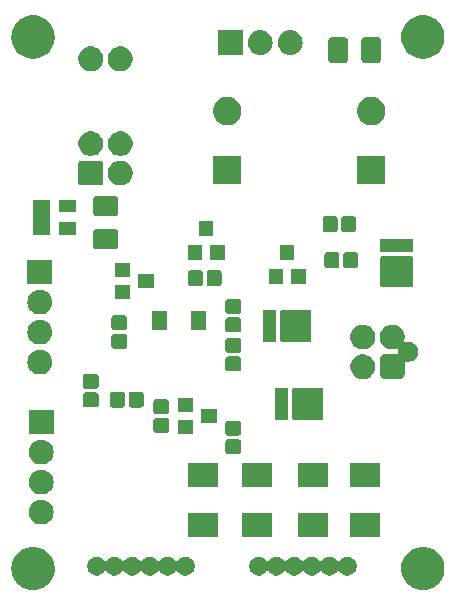
<source format=gbr>
G04 #@! TF.GenerationSoftware,KiCad,Pcbnew,(5.0.2)-1*
G04 #@! TF.CreationDate,2020-03-11T11:41:09-07:00*
G04 #@! TF.ProjectId,powerControl,706f7765-7243-46f6-9e74-726f6c2e6b69,rev?*
G04 #@! TF.SameCoordinates,Original*
G04 #@! TF.FileFunction,Soldermask,Top*
G04 #@! TF.FilePolarity,Negative*
%FSLAX46Y46*%
G04 Gerber Fmt 4.6, Leading zero omitted, Abs format (unit mm)*
G04 Created by KiCad (PCBNEW (5.0.2)-1) date 3/11/2020 11:41:09 AM*
%MOMM*%
%LPD*%
G01*
G04 APERTURE LIST*
%ADD10C,0.100000*%
G04 APERTURE END LIST*
D10*
G36*
X108268327Y-81187521D02*
X108533791Y-81240325D01*
X108866830Y-81378275D01*
X109166557Y-81578546D01*
X109421454Y-81833443D01*
X109621725Y-82133170D01*
X109759675Y-82466209D01*
X109811192Y-82725205D01*
X109830000Y-82819759D01*
X109830000Y-83180241D01*
X109819900Y-83231018D01*
X109759675Y-83533791D01*
X109621725Y-83866830D01*
X109421454Y-84166557D01*
X109166557Y-84421454D01*
X108866830Y-84621725D01*
X108533791Y-84759675D01*
X108268327Y-84812479D01*
X108180241Y-84830000D01*
X107819759Y-84830000D01*
X107731673Y-84812479D01*
X107466209Y-84759675D01*
X107133170Y-84621725D01*
X106833443Y-84421454D01*
X106578546Y-84166557D01*
X106378275Y-83866830D01*
X106240325Y-83533791D01*
X106180100Y-83231018D01*
X106170000Y-83180241D01*
X106170000Y-82819759D01*
X106188808Y-82725205D01*
X106240325Y-82466209D01*
X106378275Y-82133170D01*
X106578546Y-81833443D01*
X106833443Y-81578546D01*
X107133170Y-81378275D01*
X107466209Y-81240325D01*
X107731673Y-81187521D01*
X107819759Y-81170000D01*
X108180241Y-81170000D01*
X108268327Y-81187521D01*
X108268327Y-81187521D01*
G37*
G36*
X75268327Y-81187521D02*
X75533791Y-81240325D01*
X75866830Y-81378275D01*
X76166557Y-81578546D01*
X76421454Y-81833443D01*
X76621725Y-82133170D01*
X76759675Y-82466209D01*
X76811192Y-82725205D01*
X76830000Y-82819759D01*
X76830000Y-83180241D01*
X76819900Y-83231018D01*
X76759675Y-83533791D01*
X76621725Y-83866830D01*
X76421454Y-84166557D01*
X76166557Y-84421454D01*
X75866830Y-84621725D01*
X75533791Y-84759675D01*
X75268327Y-84812479D01*
X75180241Y-84830000D01*
X74819759Y-84830000D01*
X74731673Y-84812479D01*
X74466209Y-84759675D01*
X74133170Y-84621725D01*
X73833443Y-84421454D01*
X73578546Y-84166557D01*
X73378275Y-83866830D01*
X73240325Y-83533791D01*
X73180100Y-83231018D01*
X73170000Y-83180241D01*
X73170000Y-82819759D01*
X73188808Y-82725205D01*
X73240325Y-82466209D01*
X73378275Y-82133170D01*
X73578546Y-81833443D01*
X73833443Y-81578546D01*
X74133170Y-81378275D01*
X74466209Y-81240325D01*
X74731673Y-81187521D01*
X74819759Y-81170000D01*
X75180241Y-81170000D01*
X75268327Y-81187521D01*
X75268327Y-81187521D01*
G37*
G36*
X80617352Y-82034743D02*
X80762941Y-82095048D01*
X80893973Y-82182601D01*
X81005401Y-82294029D01*
X81030067Y-82330944D01*
X81045612Y-82349886D01*
X81064554Y-82365431D01*
X81086165Y-82376982D01*
X81109614Y-82384095D01*
X81134001Y-82386497D01*
X81158387Y-82384095D01*
X81181836Y-82376982D01*
X81203447Y-82365430D01*
X81222389Y-82349885D01*
X81237933Y-82330944D01*
X81262599Y-82294029D01*
X81374027Y-82182601D01*
X81505059Y-82095048D01*
X81650648Y-82034743D01*
X81805205Y-82004000D01*
X81962795Y-82004000D01*
X82117352Y-82034743D01*
X82262941Y-82095048D01*
X82393973Y-82182601D01*
X82505401Y-82294029D01*
X82530067Y-82330944D01*
X82545612Y-82349886D01*
X82564554Y-82365431D01*
X82586165Y-82376982D01*
X82609614Y-82384095D01*
X82634001Y-82386497D01*
X82658387Y-82384095D01*
X82681836Y-82376982D01*
X82703447Y-82365430D01*
X82722389Y-82349885D01*
X82737933Y-82330944D01*
X82762599Y-82294029D01*
X82874027Y-82182601D01*
X83005059Y-82095048D01*
X83150648Y-82034743D01*
X83305205Y-82004000D01*
X83462795Y-82004000D01*
X83617352Y-82034743D01*
X83762941Y-82095048D01*
X83893973Y-82182601D01*
X84005401Y-82294029D01*
X84030067Y-82330944D01*
X84045612Y-82349886D01*
X84064554Y-82365431D01*
X84086165Y-82376982D01*
X84109614Y-82384095D01*
X84134001Y-82386497D01*
X84158387Y-82384095D01*
X84181836Y-82376982D01*
X84203447Y-82365430D01*
X84222389Y-82349885D01*
X84237933Y-82330944D01*
X84262599Y-82294029D01*
X84374027Y-82182601D01*
X84505059Y-82095048D01*
X84650648Y-82034743D01*
X84805205Y-82004000D01*
X84962795Y-82004000D01*
X85117352Y-82034743D01*
X85262941Y-82095048D01*
X85393973Y-82182601D01*
X85505401Y-82294029D01*
X85530067Y-82330944D01*
X85545612Y-82349886D01*
X85564554Y-82365431D01*
X85586165Y-82376982D01*
X85609614Y-82384095D01*
X85634001Y-82386497D01*
X85658387Y-82384095D01*
X85681836Y-82376982D01*
X85703447Y-82365430D01*
X85722389Y-82349885D01*
X85737933Y-82330944D01*
X85762599Y-82294029D01*
X85874027Y-82182601D01*
X86005059Y-82095048D01*
X86150648Y-82034743D01*
X86305205Y-82004000D01*
X86462795Y-82004000D01*
X86617352Y-82034743D01*
X86762941Y-82095048D01*
X86893973Y-82182601D01*
X87005401Y-82294029D01*
X87030067Y-82330944D01*
X87045612Y-82349886D01*
X87064554Y-82365431D01*
X87086165Y-82376982D01*
X87109614Y-82384095D01*
X87134001Y-82386497D01*
X87158387Y-82384095D01*
X87181836Y-82376982D01*
X87203447Y-82365430D01*
X87222389Y-82349885D01*
X87237933Y-82330944D01*
X87262599Y-82294029D01*
X87374027Y-82182601D01*
X87505059Y-82095048D01*
X87650648Y-82034743D01*
X87805205Y-82004000D01*
X87962795Y-82004000D01*
X88117352Y-82034743D01*
X88262941Y-82095048D01*
X88393973Y-82182601D01*
X88505399Y-82294027D01*
X88592952Y-82425059D01*
X88653257Y-82570648D01*
X88684000Y-82725205D01*
X88684000Y-82882795D01*
X88653257Y-83037352D01*
X88592952Y-83182941D01*
X88505399Y-83313973D01*
X88393973Y-83425399D01*
X88262941Y-83512952D01*
X88117352Y-83573257D01*
X87962795Y-83604000D01*
X87805205Y-83604000D01*
X87650648Y-83573257D01*
X87505059Y-83512952D01*
X87374027Y-83425399D01*
X87262599Y-83313971D01*
X87237933Y-83277056D01*
X87222388Y-83258114D01*
X87203446Y-83242569D01*
X87181835Y-83231018D01*
X87158386Y-83223905D01*
X87133999Y-83221503D01*
X87109613Y-83223905D01*
X87086164Y-83231018D01*
X87064553Y-83242570D01*
X87045611Y-83258115D01*
X87030067Y-83277056D01*
X87005401Y-83313971D01*
X86893973Y-83425399D01*
X86762941Y-83512952D01*
X86617352Y-83573257D01*
X86462795Y-83604000D01*
X86305205Y-83604000D01*
X86150648Y-83573257D01*
X86005059Y-83512952D01*
X85874027Y-83425399D01*
X85762599Y-83313971D01*
X85737933Y-83277056D01*
X85722388Y-83258114D01*
X85703446Y-83242569D01*
X85681835Y-83231018D01*
X85658386Y-83223905D01*
X85633999Y-83221503D01*
X85609613Y-83223905D01*
X85586164Y-83231018D01*
X85564553Y-83242570D01*
X85545611Y-83258115D01*
X85530067Y-83277056D01*
X85505401Y-83313971D01*
X85393973Y-83425399D01*
X85262941Y-83512952D01*
X85117352Y-83573257D01*
X84962795Y-83604000D01*
X84805205Y-83604000D01*
X84650648Y-83573257D01*
X84505059Y-83512952D01*
X84374027Y-83425399D01*
X84262599Y-83313971D01*
X84237933Y-83277056D01*
X84222388Y-83258114D01*
X84203446Y-83242569D01*
X84181835Y-83231018D01*
X84158386Y-83223905D01*
X84133999Y-83221503D01*
X84109613Y-83223905D01*
X84086164Y-83231018D01*
X84064553Y-83242570D01*
X84045611Y-83258115D01*
X84030067Y-83277056D01*
X84005401Y-83313971D01*
X83893973Y-83425399D01*
X83762941Y-83512952D01*
X83617352Y-83573257D01*
X83462795Y-83604000D01*
X83305205Y-83604000D01*
X83150648Y-83573257D01*
X83005059Y-83512952D01*
X82874027Y-83425399D01*
X82762599Y-83313971D01*
X82737933Y-83277056D01*
X82722388Y-83258114D01*
X82703446Y-83242569D01*
X82681835Y-83231018D01*
X82658386Y-83223905D01*
X82633999Y-83221503D01*
X82609613Y-83223905D01*
X82586164Y-83231018D01*
X82564553Y-83242570D01*
X82545611Y-83258115D01*
X82530067Y-83277056D01*
X82505401Y-83313971D01*
X82393973Y-83425399D01*
X82262941Y-83512952D01*
X82117352Y-83573257D01*
X81962795Y-83604000D01*
X81805205Y-83604000D01*
X81650648Y-83573257D01*
X81505059Y-83512952D01*
X81374027Y-83425399D01*
X81262599Y-83313971D01*
X81237933Y-83277056D01*
X81222388Y-83258114D01*
X81203446Y-83242569D01*
X81181835Y-83231018D01*
X81158386Y-83223905D01*
X81133999Y-83221503D01*
X81109613Y-83223905D01*
X81086164Y-83231018D01*
X81064553Y-83242570D01*
X81045611Y-83258115D01*
X81030067Y-83277056D01*
X81005401Y-83313971D01*
X80893973Y-83425399D01*
X80762941Y-83512952D01*
X80617352Y-83573257D01*
X80462795Y-83604000D01*
X80305205Y-83604000D01*
X80150648Y-83573257D01*
X80005059Y-83512952D01*
X79874027Y-83425399D01*
X79762601Y-83313973D01*
X79675048Y-83182941D01*
X79614743Y-83037352D01*
X79584000Y-82882795D01*
X79584000Y-82725205D01*
X79614743Y-82570648D01*
X79675048Y-82425059D01*
X79762601Y-82294027D01*
X79874027Y-82182601D01*
X80005059Y-82095048D01*
X80150648Y-82034743D01*
X80305205Y-82004000D01*
X80462795Y-82004000D01*
X80617352Y-82034743D01*
X80617352Y-82034743D01*
G37*
G36*
X94333352Y-82034743D02*
X94478941Y-82095048D01*
X94609973Y-82182601D01*
X94721401Y-82294029D01*
X94746067Y-82330944D01*
X94761612Y-82349886D01*
X94780554Y-82365431D01*
X94802165Y-82376982D01*
X94825614Y-82384095D01*
X94850001Y-82386497D01*
X94874387Y-82384095D01*
X94897836Y-82376982D01*
X94919447Y-82365430D01*
X94938389Y-82349885D01*
X94953933Y-82330944D01*
X94978599Y-82294029D01*
X95090027Y-82182601D01*
X95221059Y-82095048D01*
X95366648Y-82034743D01*
X95521205Y-82004000D01*
X95678795Y-82004000D01*
X95833352Y-82034743D01*
X95978941Y-82095048D01*
X96109973Y-82182601D01*
X96221401Y-82294029D01*
X96246067Y-82330944D01*
X96261612Y-82349886D01*
X96280554Y-82365431D01*
X96302165Y-82376982D01*
X96325614Y-82384095D01*
X96350001Y-82386497D01*
X96374387Y-82384095D01*
X96397836Y-82376982D01*
X96419447Y-82365430D01*
X96438389Y-82349885D01*
X96453933Y-82330944D01*
X96478599Y-82294029D01*
X96590027Y-82182601D01*
X96721059Y-82095048D01*
X96866648Y-82034743D01*
X97021205Y-82004000D01*
X97178795Y-82004000D01*
X97333352Y-82034743D01*
X97478941Y-82095048D01*
X97609973Y-82182601D01*
X97721401Y-82294029D01*
X97746067Y-82330944D01*
X97761612Y-82349886D01*
X97780554Y-82365431D01*
X97802165Y-82376982D01*
X97825614Y-82384095D01*
X97850001Y-82386497D01*
X97874387Y-82384095D01*
X97897836Y-82376982D01*
X97919447Y-82365430D01*
X97938389Y-82349885D01*
X97953933Y-82330944D01*
X97978599Y-82294029D01*
X98090027Y-82182601D01*
X98221059Y-82095048D01*
X98366648Y-82034743D01*
X98521205Y-82004000D01*
X98678795Y-82004000D01*
X98833352Y-82034743D01*
X98978941Y-82095048D01*
X99109973Y-82182601D01*
X99221401Y-82294029D01*
X99246067Y-82330944D01*
X99261612Y-82349886D01*
X99280554Y-82365431D01*
X99302165Y-82376982D01*
X99325614Y-82384095D01*
X99350001Y-82386497D01*
X99374387Y-82384095D01*
X99397836Y-82376982D01*
X99419447Y-82365430D01*
X99438389Y-82349885D01*
X99453933Y-82330944D01*
X99478599Y-82294029D01*
X99590027Y-82182601D01*
X99721059Y-82095048D01*
X99866648Y-82034743D01*
X100021205Y-82004000D01*
X100178795Y-82004000D01*
X100333352Y-82034743D01*
X100478941Y-82095048D01*
X100609973Y-82182601D01*
X100721401Y-82294029D01*
X100746067Y-82330944D01*
X100761612Y-82349886D01*
X100780554Y-82365431D01*
X100802165Y-82376982D01*
X100825614Y-82384095D01*
X100850001Y-82386497D01*
X100874387Y-82384095D01*
X100897836Y-82376982D01*
X100919447Y-82365430D01*
X100938389Y-82349885D01*
X100953933Y-82330944D01*
X100978599Y-82294029D01*
X101090027Y-82182601D01*
X101221059Y-82095048D01*
X101366648Y-82034743D01*
X101521205Y-82004000D01*
X101678795Y-82004000D01*
X101833352Y-82034743D01*
X101978941Y-82095048D01*
X102109973Y-82182601D01*
X102221399Y-82294027D01*
X102308952Y-82425059D01*
X102369257Y-82570648D01*
X102400000Y-82725205D01*
X102400000Y-82882795D01*
X102369257Y-83037352D01*
X102308952Y-83182941D01*
X102221399Y-83313973D01*
X102109973Y-83425399D01*
X101978941Y-83512952D01*
X101833352Y-83573257D01*
X101678795Y-83604000D01*
X101521205Y-83604000D01*
X101366648Y-83573257D01*
X101221059Y-83512952D01*
X101090027Y-83425399D01*
X100978599Y-83313971D01*
X100953933Y-83277056D01*
X100938388Y-83258114D01*
X100919446Y-83242569D01*
X100897835Y-83231018D01*
X100874386Y-83223905D01*
X100849999Y-83221503D01*
X100825613Y-83223905D01*
X100802164Y-83231018D01*
X100780553Y-83242570D01*
X100761611Y-83258115D01*
X100746067Y-83277056D01*
X100721401Y-83313971D01*
X100609973Y-83425399D01*
X100478941Y-83512952D01*
X100333352Y-83573257D01*
X100178795Y-83604000D01*
X100021205Y-83604000D01*
X99866648Y-83573257D01*
X99721059Y-83512952D01*
X99590027Y-83425399D01*
X99478599Y-83313971D01*
X99453933Y-83277056D01*
X99438388Y-83258114D01*
X99419446Y-83242569D01*
X99397835Y-83231018D01*
X99374386Y-83223905D01*
X99349999Y-83221503D01*
X99325613Y-83223905D01*
X99302164Y-83231018D01*
X99280553Y-83242570D01*
X99261611Y-83258115D01*
X99246067Y-83277056D01*
X99221401Y-83313971D01*
X99109973Y-83425399D01*
X98978941Y-83512952D01*
X98833352Y-83573257D01*
X98678795Y-83604000D01*
X98521205Y-83604000D01*
X98366648Y-83573257D01*
X98221059Y-83512952D01*
X98090027Y-83425399D01*
X97978599Y-83313971D01*
X97953933Y-83277056D01*
X97938388Y-83258114D01*
X97919446Y-83242569D01*
X97897835Y-83231018D01*
X97874386Y-83223905D01*
X97849999Y-83221503D01*
X97825613Y-83223905D01*
X97802164Y-83231018D01*
X97780553Y-83242570D01*
X97761611Y-83258115D01*
X97746067Y-83277056D01*
X97721401Y-83313971D01*
X97609973Y-83425399D01*
X97478941Y-83512952D01*
X97333352Y-83573257D01*
X97178795Y-83604000D01*
X97021205Y-83604000D01*
X96866648Y-83573257D01*
X96721059Y-83512952D01*
X96590027Y-83425399D01*
X96478599Y-83313971D01*
X96453933Y-83277056D01*
X96438388Y-83258114D01*
X96419446Y-83242569D01*
X96397835Y-83231018D01*
X96374386Y-83223905D01*
X96349999Y-83221503D01*
X96325613Y-83223905D01*
X96302164Y-83231018D01*
X96280553Y-83242570D01*
X96261611Y-83258115D01*
X96246067Y-83277056D01*
X96221401Y-83313971D01*
X96109973Y-83425399D01*
X95978941Y-83512952D01*
X95833352Y-83573257D01*
X95678795Y-83604000D01*
X95521205Y-83604000D01*
X95366648Y-83573257D01*
X95221059Y-83512952D01*
X95090027Y-83425399D01*
X94978599Y-83313971D01*
X94953933Y-83277056D01*
X94938388Y-83258114D01*
X94919446Y-83242569D01*
X94897835Y-83231018D01*
X94874386Y-83223905D01*
X94849999Y-83221503D01*
X94825613Y-83223905D01*
X94802164Y-83231018D01*
X94780553Y-83242570D01*
X94761611Y-83258115D01*
X94746067Y-83277056D01*
X94721401Y-83313971D01*
X94609973Y-83425399D01*
X94478941Y-83512952D01*
X94333352Y-83573257D01*
X94178795Y-83604000D01*
X94021205Y-83604000D01*
X93866648Y-83573257D01*
X93721059Y-83512952D01*
X93590027Y-83425399D01*
X93478601Y-83313973D01*
X93391048Y-83182941D01*
X93330743Y-83037352D01*
X93300000Y-82882795D01*
X93300000Y-82725205D01*
X93330743Y-82570648D01*
X93391048Y-82425059D01*
X93478601Y-82294027D01*
X93590027Y-82182601D01*
X93721059Y-82095048D01*
X93866648Y-82034743D01*
X94021205Y-82004000D01*
X94178795Y-82004000D01*
X94333352Y-82034743D01*
X94333352Y-82034743D01*
G37*
G36*
X95269660Y-80337000D02*
X92690340Y-80337000D01*
X92690340Y-78316480D01*
X95269660Y-78316480D01*
X95269660Y-80337000D01*
X95269660Y-80337000D01*
G37*
G36*
X90697660Y-80337000D02*
X88118340Y-80337000D01*
X88118340Y-78316480D01*
X90697660Y-78316480D01*
X90697660Y-80337000D01*
X90697660Y-80337000D01*
G37*
G36*
X99968660Y-80337000D02*
X97389340Y-80337000D01*
X97389340Y-78316480D01*
X99968660Y-78316480D01*
X99968660Y-80337000D01*
X99968660Y-80337000D01*
G37*
G36*
X104413660Y-80337000D02*
X101834340Y-80337000D01*
X101834340Y-78316480D01*
X104413660Y-78316480D01*
X104413660Y-80337000D01*
X104413660Y-80337000D01*
G37*
G36*
X75820707Y-77189597D02*
X75897836Y-77197193D01*
X76029787Y-77237220D01*
X76095763Y-77257233D01*
X76278172Y-77354733D01*
X76438054Y-77485946D01*
X76569267Y-77645828D01*
X76666767Y-77828237D01*
X76666767Y-77828238D01*
X76726807Y-78026164D01*
X76747080Y-78232000D01*
X76726807Y-78437836D01*
X76686780Y-78569787D01*
X76666767Y-78635763D01*
X76569267Y-78818172D01*
X76438054Y-78978054D01*
X76278172Y-79109267D01*
X76095763Y-79206767D01*
X76029787Y-79226780D01*
X75897836Y-79266807D01*
X75820707Y-79274404D01*
X75743580Y-79282000D01*
X75640420Y-79282000D01*
X75563293Y-79274404D01*
X75486164Y-79266807D01*
X75354213Y-79226780D01*
X75288237Y-79206767D01*
X75105828Y-79109267D01*
X74945946Y-78978054D01*
X74814733Y-78818172D01*
X74717233Y-78635763D01*
X74697220Y-78569787D01*
X74657193Y-78437836D01*
X74636920Y-78232000D01*
X74657193Y-78026164D01*
X74717233Y-77828238D01*
X74717233Y-77828237D01*
X74814733Y-77645828D01*
X74945946Y-77485946D01*
X75105828Y-77354733D01*
X75288237Y-77257233D01*
X75354213Y-77237220D01*
X75486164Y-77197193D01*
X75563293Y-77189597D01*
X75640420Y-77182000D01*
X75743580Y-77182000D01*
X75820707Y-77189597D01*
X75820707Y-77189597D01*
G37*
G36*
X75820707Y-74649597D02*
X75897836Y-74657193D01*
X76029787Y-74697220D01*
X76095763Y-74717233D01*
X76278172Y-74814733D01*
X76438054Y-74945946D01*
X76569267Y-75105828D01*
X76666767Y-75288237D01*
X76666767Y-75288238D01*
X76726807Y-75486164D01*
X76747080Y-75692000D01*
X76726807Y-75897836D01*
X76686780Y-76029787D01*
X76666767Y-76095763D01*
X76569267Y-76278172D01*
X76438054Y-76438054D01*
X76278172Y-76569267D01*
X76095763Y-76666767D01*
X76029787Y-76686780D01*
X75897836Y-76726807D01*
X75820707Y-76734404D01*
X75743580Y-76742000D01*
X75640420Y-76742000D01*
X75563293Y-76734404D01*
X75486164Y-76726807D01*
X75354213Y-76686780D01*
X75288237Y-76666767D01*
X75105828Y-76569267D01*
X74945946Y-76438054D01*
X74814733Y-76278172D01*
X74717233Y-76095763D01*
X74697220Y-76029787D01*
X74657193Y-75897836D01*
X74636920Y-75692000D01*
X74657193Y-75486164D01*
X74717233Y-75288238D01*
X74717233Y-75288237D01*
X74814733Y-75105828D01*
X74945946Y-74945946D01*
X75105828Y-74814733D01*
X75288237Y-74717233D01*
X75354213Y-74697220D01*
X75486164Y-74657193D01*
X75563293Y-74649597D01*
X75640420Y-74642000D01*
X75743580Y-74642000D01*
X75820707Y-74649597D01*
X75820707Y-74649597D01*
G37*
G36*
X95269660Y-76115520D02*
X92690340Y-76115520D01*
X92690340Y-74095000D01*
X95269660Y-74095000D01*
X95269660Y-76115520D01*
X95269660Y-76115520D01*
G37*
G36*
X99968660Y-76115520D02*
X97389340Y-76115520D01*
X97389340Y-74095000D01*
X99968660Y-74095000D01*
X99968660Y-76115520D01*
X99968660Y-76115520D01*
G37*
G36*
X90697660Y-76115520D02*
X88118340Y-76115520D01*
X88118340Y-74095000D01*
X90697660Y-74095000D01*
X90697660Y-76115520D01*
X90697660Y-76115520D01*
G37*
G36*
X104413660Y-76115520D02*
X101834340Y-76115520D01*
X101834340Y-74095000D01*
X104413660Y-74095000D01*
X104413660Y-76115520D01*
X104413660Y-76115520D01*
G37*
G36*
X75820707Y-72109597D02*
X75897836Y-72117193D01*
X76029787Y-72157220D01*
X76095763Y-72177233D01*
X76278172Y-72274733D01*
X76438054Y-72405946D01*
X76569267Y-72565828D01*
X76666767Y-72748237D01*
X76666767Y-72748238D01*
X76726807Y-72946164D01*
X76747080Y-73152000D01*
X76726807Y-73357836D01*
X76686780Y-73489787D01*
X76666767Y-73555763D01*
X76569267Y-73738172D01*
X76438054Y-73898054D01*
X76278172Y-74029267D01*
X76095763Y-74126767D01*
X76029787Y-74146780D01*
X75897836Y-74186807D01*
X75820707Y-74194404D01*
X75743580Y-74202000D01*
X75640420Y-74202000D01*
X75563293Y-74194404D01*
X75486164Y-74186807D01*
X75354213Y-74146780D01*
X75288237Y-74126767D01*
X75105828Y-74029267D01*
X74945946Y-73898054D01*
X74814733Y-73738172D01*
X74717233Y-73555763D01*
X74697220Y-73489787D01*
X74657193Y-73357836D01*
X74636920Y-73152000D01*
X74657193Y-72946164D01*
X74717233Y-72748238D01*
X74717233Y-72748237D01*
X74814733Y-72565828D01*
X74945946Y-72405946D01*
X75105828Y-72274733D01*
X75288237Y-72177233D01*
X75354213Y-72157220D01*
X75486164Y-72117193D01*
X75563293Y-72109597D01*
X75640420Y-72102000D01*
X75743580Y-72102000D01*
X75820707Y-72109597D01*
X75820707Y-72109597D01*
G37*
G36*
X92416622Y-72063017D02*
X92464585Y-72077566D01*
X92508775Y-72101186D01*
X92547518Y-72132982D01*
X92579314Y-72171725D01*
X92602934Y-72215915D01*
X92617483Y-72263878D01*
X92623000Y-72319891D01*
X92623000Y-73070109D01*
X92617483Y-73126122D01*
X92602934Y-73174085D01*
X92579314Y-73218275D01*
X92547518Y-73257018D01*
X92508775Y-73288814D01*
X92464585Y-73312434D01*
X92416622Y-73326983D01*
X92360609Y-73332500D01*
X91535391Y-73332500D01*
X91479378Y-73326983D01*
X91431415Y-73312434D01*
X91387225Y-73288814D01*
X91348482Y-73257018D01*
X91316686Y-73218275D01*
X91293066Y-73174085D01*
X91278517Y-73126122D01*
X91273000Y-73070109D01*
X91273000Y-72319891D01*
X91278517Y-72263878D01*
X91293066Y-72215915D01*
X91316686Y-72171725D01*
X91348482Y-72132982D01*
X91387225Y-72101186D01*
X91431415Y-72077566D01*
X91479378Y-72063017D01*
X91535391Y-72057500D01*
X92360609Y-72057500D01*
X92416622Y-72063017D01*
X92416622Y-72063017D01*
G37*
G36*
X92416622Y-70488017D02*
X92464585Y-70502566D01*
X92508775Y-70526186D01*
X92547518Y-70557982D01*
X92579314Y-70596725D01*
X92602934Y-70640915D01*
X92617483Y-70688878D01*
X92623000Y-70744891D01*
X92623000Y-71495109D01*
X92617483Y-71551122D01*
X92602934Y-71599085D01*
X92579314Y-71643275D01*
X92547518Y-71682018D01*
X92508775Y-71713814D01*
X92464585Y-71737434D01*
X92416622Y-71751983D01*
X92360609Y-71757500D01*
X91535391Y-71757500D01*
X91479378Y-71751983D01*
X91431415Y-71737434D01*
X91387225Y-71713814D01*
X91348482Y-71682018D01*
X91316686Y-71643275D01*
X91293066Y-71599085D01*
X91278517Y-71551122D01*
X91273000Y-71495109D01*
X91273000Y-70744891D01*
X91278517Y-70688878D01*
X91293066Y-70640915D01*
X91316686Y-70596725D01*
X91348482Y-70557982D01*
X91387225Y-70526186D01*
X91431415Y-70502566D01*
X91479378Y-70488017D01*
X91535391Y-70482500D01*
X92360609Y-70482500D01*
X92416622Y-70488017D01*
X92416622Y-70488017D01*
G37*
G36*
X76742000Y-71662000D02*
X74642000Y-71662000D01*
X74642000Y-69562000D01*
X76742000Y-69562000D01*
X76742000Y-71662000D01*
X76742000Y-71662000D01*
G37*
G36*
X88550000Y-71654000D02*
X87250000Y-71654000D01*
X87250000Y-70454000D01*
X88550000Y-70454000D01*
X88550000Y-71654000D01*
X88550000Y-71654000D01*
G37*
G36*
X86320622Y-70259517D02*
X86368585Y-70274066D01*
X86412775Y-70297686D01*
X86451518Y-70329482D01*
X86483314Y-70368225D01*
X86506934Y-70412415D01*
X86521483Y-70460378D01*
X86527000Y-70516391D01*
X86527000Y-71266609D01*
X86521483Y-71322622D01*
X86506934Y-71370585D01*
X86483314Y-71414775D01*
X86451518Y-71453518D01*
X86412775Y-71485314D01*
X86368585Y-71508934D01*
X86320622Y-71523483D01*
X86264609Y-71529000D01*
X85439391Y-71529000D01*
X85383378Y-71523483D01*
X85335415Y-71508934D01*
X85291225Y-71485314D01*
X85252482Y-71453518D01*
X85220686Y-71414775D01*
X85197066Y-71370585D01*
X85182517Y-71322622D01*
X85177000Y-71266609D01*
X85177000Y-70516391D01*
X85182517Y-70460378D01*
X85197066Y-70412415D01*
X85220686Y-70368225D01*
X85252482Y-70329482D01*
X85291225Y-70297686D01*
X85335415Y-70274066D01*
X85383378Y-70259517D01*
X85439391Y-70254000D01*
X86264609Y-70254000D01*
X86320622Y-70259517D01*
X86320622Y-70259517D01*
G37*
G36*
X90550000Y-70704000D02*
X89250000Y-70704000D01*
X89250000Y-69504000D01*
X90550000Y-69504000D01*
X90550000Y-70704000D01*
X90550000Y-70704000D01*
G37*
G36*
X99425203Y-67705893D02*
X99425206Y-67705894D01*
X99425207Y-67705894D01*
X99440773Y-67710616D01*
X99462908Y-67717330D01*
X99467001Y-67719518D01*
X99497652Y-67735901D01*
X99497653Y-67735902D01*
X99497655Y-67735903D01*
X99528106Y-67760894D01*
X99553097Y-67791345D01*
X99571670Y-67826092D01*
X99583107Y-67863797D01*
X99587573Y-67909140D01*
X99587573Y-68316860D01*
X99583107Y-68362205D01*
X99571122Y-68401715D01*
X99566342Y-68425749D01*
X99566342Y-68450253D01*
X99571122Y-68474285D01*
X99583107Y-68513795D01*
X99587573Y-68559140D01*
X99587573Y-68966860D01*
X99583107Y-69012205D01*
X99571122Y-69051715D01*
X99566342Y-69075749D01*
X99566342Y-69100253D01*
X99571122Y-69124285D01*
X99583107Y-69163795D01*
X99587573Y-69209140D01*
X99587573Y-69616860D01*
X99583107Y-69662205D01*
X99571122Y-69701715D01*
X99566342Y-69725749D01*
X99566342Y-69750253D01*
X99571122Y-69774285D01*
X99583107Y-69813795D01*
X99587573Y-69859140D01*
X99587573Y-70266860D01*
X99583107Y-70312203D01*
X99571670Y-70349908D01*
X99553097Y-70384655D01*
X99528106Y-70415106D01*
X99497655Y-70440097D01*
X99497653Y-70440098D01*
X99497652Y-70440099D01*
X99482856Y-70448007D01*
X99462908Y-70458670D01*
X99440773Y-70465384D01*
X99425207Y-70470106D01*
X99425206Y-70470106D01*
X99425203Y-70470107D01*
X99379860Y-70474573D01*
X97142140Y-70474573D01*
X97096797Y-70470107D01*
X97096794Y-70470106D01*
X97096793Y-70470106D01*
X97081227Y-70465384D01*
X97059092Y-70458670D01*
X97039144Y-70448007D01*
X97024348Y-70440099D01*
X97024347Y-70440098D01*
X97024345Y-70440097D01*
X96993894Y-70415106D01*
X96968903Y-70384655D01*
X96950330Y-70349908D01*
X96938893Y-70312203D01*
X96934427Y-70266860D01*
X96934427Y-67909140D01*
X96938893Y-67863797D01*
X96950330Y-67826092D01*
X96968903Y-67791345D01*
X96993894Y-67760894D01*
X97024345Y-67735903D01*
X97024347Y-67735902D01*
X97024348Y-67735901D01*
X97054999Y-67719518D01*
X97059092Y-67717330D01*
X97081227Y-67710616D01*
X97096793Y-67705894D01*
X97096794Y-67705894D01*
X97096797Y-67705893D01*
X97142140Y-67701427D01*
X99379860Y-67701427D01*
X99425203Y-67705893D01*
X99425203Y-67705893D01*
G37*
G36*
X96586000Y-70473000D02*
X95486000Y-70473000D01*
X95486000Y-67703000D01*
X96586000Y-67703000D01*
X96586000Y-70473000D01*
X96586000Y-70473000D01*
G37*
G36*
X86320622Y-68684517D02*
X86368585Y-68699066D01*
X86412775Y-68722686D01*
X86451518Y-68754482D01*
X86483314Y-68793225D01*
X86506934Y-68837415D01*
X86521483Y-68885378D01*
X86527000Y-68941391D01*
X86527000Y-69691609D01*
X86521483Y-69747622D01*
X86506934Y-69795585D01*
X86483314Y-69839775D01*
X86451518Y-69878518D01*
X86412775Y-69910314D01*
X86368585Y-69933934D01*
X86320622Y-69948483D01*
X86264609Y-69954000D01*
X85439391Y-69954000D01*
X85383378Y-69948483D01*
X85335415Y-69933934D01*
X85291225Y-69910314D01*
X85252482Y-69878518D01*
X85220686Y-69839775D01*
X85197066Y-69795585D01*
X85182517Y-69747622D01*
X85177000Y-69691609D01*
X85177000Y-68941391D01*
X85182517Y-68885378D01*
X85197066Y-68837415D01*
X85220686Y-68793225D01*
X85252482Y-68754482D01*
X85291225Y-68722686D01*
X85335415Y-68699066D01*
X85383378Y-68684517D01*
X85439391Y-68679000D01*
X86264609Y-68679000D01*
X86320622Y-68684517D01*
X86320622Y-68684517D01*
G37*
G36*
X88550000Y-69754000D02*
X87250000Y-69754000D01*
X87250000Y-68554000D01*
X88550000Y-68554000D01*
X88550000Y-69754000D01*
X88550000Y-69754000D01*
G37*
G36*
X84149622Y-68037517D02*
X84197585Y-68052066D01*
X84241775Y-68075686D01*
X84280518Y-68107482D01*
X84312314Y-68146225D01*
X84335934Y-68190415D01*
X84350483Y-68238378D01*
X84356000Y-68294391D01*
X84356000Y-69119609D01*
X84350483Y-69175622D01*
X84335934Y-69223585D01*
X84312314Y-69267775D01*
X84280518Y-69306518D01*
X84241775Y-69338314D01*
X84197585Y-69361934D01*
X84149622Y-69376483D01*
X84093609Y-69382000D01*
X83343391Y-69382000D01*
X83287378Y-69376483D01*
X83239415Y-69361934D01*
X83195225Y-69338314D01*
X83156482Y-69306518D01*
X83124686Y-69267775D01*
X83101066Y-69223585D01*
X83086517Y-69175622D01*
X83081000Y-69119609D01*
X83081000Y-68294391D01*
X83086517Y-68238378D01*
X83101066Y-68190415D01*
X83124686Y-68146225D01*
X83156482Y-68107482D01*
X83195225Y-68075686D01*
X83239415Y-68052066D01*
X83287378Y-68037517D01*
X83343391Y-68032000D01*
X84093609Y-68032000D01*
X84149622Y-68037517D01*
X84149622Y-68037517D01*
G37*
G36*
X82574622Y-68037517D02*
X82622585Y-68052066D01*
X82666775Y-68075686D01*
X82705518Y-68107482D01*
X82737314Y-68146225D01*
X82760934Y-68190415D01*
X82775483Y-68238378D01*
X82781000Y-68294391D01*
X82781000Y-69119609D01*
X82775483Y-69175622D01*
X82760934Y-69223585D01*
X82737314Y-69267775D01*
X82705518Y-69306518D01*
X82666775Y-69338314D01*
X82622585Y-69361934D01*
X82574622Y-69376483D01*
X82518609Y-69382000D01*
X81768391Y-69382000D01*
X81712378Y-69376483D01*
X81664415Y-69361934D01*
X81620225Y-69338314D01*
X81581482Y-69306518D01*
X81549686Y-69267775D01*
X81526066Y-69223585D01*
X81511517Y-69175622D01*
X81506000Y-69119609D01*
X81506000Y-68294391D01*
X81511517Y-68238378D01*
X81526066Y-68190415D01*
X81549686Y-68146225D01*
X81581482Y-68107482D01*
X81620225Y-68075686D01*
X81664415Y-68052066D01*
X81712378Y-68037517D01*
X81768391Y-68032000D01*
X82518609Y-68032000D01*
X82574622Y-68037517D01*
X82574622Y-68037517D01*
G37*
G36*
X80351622Y-68100517D02*
X80399585Y-68115066D01*
X80443775Y-68138686D01*
X80482518Y-68170482D01*
X80514314Y-68209225D01*
X80537934Y-68253415D01*
X80552483Y-68301378D01*
X80558000Y-68357391D01*
X80558000Y-69107609D01*
X80552483Y-69163622D01*
X80537934Y-69211585D01*
X80514314Y-69255775D01*
X80482518Y-69294518D01*
X80443775Y-69326314D01*
X80399585Y-69349934D01*
X80351622Y-69364483D01*
X80295609Y-69370000D01*
X79470391Y-69370000D01*
X79414378Y-69364483D01*
X79366415Y-69349934D01*
X79322225Y-69326314D01*
X79283482Y-69294518D01*
X79251686Y-69255775D01*
X79228066Y-69211585D01*
X79213517Y-69163622D01*
X79208000Y-69107609D01*
X79208000Y-68357391D01*
X79213517Y-68301378D01*
X79228066Y-68253415D01*
X79251686Y-68209225D01*
X79283482Y-68170482D01*
X79322225Y-68138686D01*
X79366415Y-68115066D01*
X79414378Y-68100517D01*
X79470391Y-68095000D01*
X80295609Y-68095000D01*
X80351622Y-68100517D01*
X80351622Y-68100517D01*
G37*
G36*
X80351622Y-66525517D02*
X80399585Y-66540066D01*
X80443775Y-66563686D01*
X80482518Y-66595482D01*
X80514314Y-66634225D01*
X80537934Y-66678415D01*
X80552483Y-66726378D01*
X80558000Y-66782391D01*
X80558000Y-67532609D01*
X80552483Y-67588622D01*
X80537934Y-67636585D01*
X80514314Y-67680775D01*
X80482518Y-67719518D01*
X80443775Y-67751314D01*
X80399585Y-67774934D01*
X80351622Y-67789483D01*
X80295609Y-67795000D01*
X79470391Y-67795000D01*
X79414378Y-67789483D01*
X79366415Y-67774934D01*
X79322225Y-67751314D01*
X79283482Y-67719518D01*
X79251686Y-67680775D01*
X79228066Y-67636585D01*
X79213517Y-67588622D01*
X79208000Y-67532609D01*
X79208000Y-66782391D01*
X79213517Y-66726378D01*
X79228066Y-66678415D01*
X79251686Y-66634225D01*
X79283482Y-66595482D01*
X79322225Y-66563686D01*
X79366415Y-66540066D01*
X79414378Y-66525517D01*
X79470391Y-66520000D01*
X80295609Y-66520000D01*
X80351622Y-66525517D01*
X80351622Y-66525517D01*
G37*
G36*
X105535888Y-62367470D02*
X105716274Y-62403350D01*
X105907362Y-62482502D01*
X106079336Y-62597411D01*
X106225589Y-62743664D01*
X106340498Y-62915638D01*
X106419650Y-63106726D01*
X106460000Y-63309584D01*
X106460000Y-63516416D01*
X106426573Y-63684469D01*
X106424172Y-63708845D01*
X106426574Y-63733231D01*
X106433687Y-63756680D01*
X106445238Y-63778291D01*
X106460784Y-63797233D01*
X106479726Y-63812779D01*
X106501336Y-63824330D01*
X106524786Y-63831443D01*
X106549172Y-63833845D01*
X106573557Y-63831443D01*
X106666280Y-63813000D01*
X106833719Y-63813000D01*
X106997934Y-63845664D01*
X107152627Y-63909740D01*
X107291847Y-64002764D01*
X107410236Y-64121153D01*
X107503260Y-64260373D01*
X107567336Y-64415066D01*
X107600000Y-64579281D01*
X107600000Y-64746719D01*
X107567336Y-64910934D01*
X107503260Y-65065627D01*
X107410236Y-65204847D01*
X107291847Y-65323236D01*
X107152627Y-65416260D01*
X106997934Y-65480336D01*
X106833719Y-65513000D01*
X106666281Y-65513000D01*
X106602741Y-65500361D01*
X106578355Y-65497959D01*
X106553969Y-65500361D01*
X106530520Y-65507474D01*
X106508909Y-65519025D01*
X106489967Y-65534571D01*
X106474421Y-65553513D01*
X106462870Y-65575124D01*
X106455757Y-65598573D01*
X106453355Y-65622959D01*
X106455757Y-65647344D01*
X106456399Y-65650574D01*
X106460302Y-65690194D01*
X106461573Y-65716062D01*
X106461573Y-66509938D01*
X106460302Y-66535806D01*
X106456399Y-66575426D01*
X106446309Y-66626155D01*
X106435647Y-66661306D01*
X106415845Y-66709111D01*
X106398532Y-66741501D01*
X106376883Y-66773900D01*
X106375103Y-66776565D01*
X106369791Y-66784514D01*
X106346490Y-66812907D01*
X106309907Y-66849490D01*
X106281514Y-66872791D01*
X106238501Y-66901532D01*
X106206111Y-66918845D01*
X106158306Y-66938647D01*
X106123155Y-66949309D01*
X106072426Y-66959399D01*
X106032806Y-66963302D01*
X106006938Y-66964573D01*
X104813062Y-66964573D01*
X104787194Y-66963302D01*
X104747574Y-66959399D01*
X104696845Y-66949309D01*
X104661694Y-66938647D01*
X104613889Y-66918845D01*
X104581499Y-66901532D01*
X104538486Y-66872791D01*
X104510093Y-66849490D01*
X104473510Y-66812907D01*
X104450209Y-66784514D01*
X104444898Y-66776565D01*
X104443117Y-66773900D01*
X104421468Y-66741501D01*
X104404155Y-66709111D01*
X104384353Y-66661306D01*
X104373691Y-66626155D01*
X104363601Y-66575426D01*
X104359698Y-66535806D01*
X104358427Y-66509938D01*
X104358427Y-65316062D01*
X104359698Y-65290194D01*
X104363601Y-65250574D01*
X104373691Y-65199845D01*
X104384353Y-65164694D01*
X104404155Y-65116889D01*
X104421468Y-65084499D01*
X104443117Y-65052100D01*
X104446781Y-65046616D01*
X104446782Y-65046615D01*
X104450209Y-65041486D01*
X104473510Y-65013093D01*
X104510093Y-64976510D01*
X104538486Y-64953209D01*
X104581499Y-64924468D01*
X104613889Y-64907155D01*
X104661694Y-64887353D01*
X104696845Y-64876691D01*
X104747574Y-64866601D01*
X104787194Y-64862698D01*
X104813062Y-64861427D01*
X105606938Y-64861427D01*
X105632806Y-64862698D01*
X105672426Y-64866601D01*
X105723155Y-64876691D01*
X105739300Y-64881588D01*
X105763334Y-64886368D01*
X105787838Y-64886368D01*
X105811871Y-64881587D01*
X105834510Y-64872210D01*
X105854885Y-64858596D01*
X105872212Y-64841268D01*
X105885826Y-64820894D01*
X105895203Y-64798255D01*
X105899983Y-64774221D01*
X105899237Y-64759029D01*
X105900000Y-64759029D01*
X105900000Y-64579281D01*
X105904827Y-64555014D01*
X105907229Y-64530628D01*
X105904827Y-64506241D01*
X105897714Y-64482792D01*
X105886163Y-64461182D01*
X105870617Y-64442239D01*
X105851675Y-64426694D01*
X105830064Y-64415143D01*
X105806615Y-64408030D01*
X105782229Y-64405628D01*
X105757842Y-64408030D01*
X105734409Y-64415138D01*
X105716274Y-64422650D01*
X105535888Y-64458530D01*
X105513417Y-64463000D01*
X105306583Y-64463000D01*
X105284112Y-64458530D01*
X105103726Y-64422650D01*
X104912638Y-64343498D01*
X104740664Y-64228589D01*
X104594411Y-64082336D01*
X104479502Y-63910362D01*
X104400350Y-63719274D01*
X104360000Y-63516416D01*
X104360000Y-63309584D01*
X104400350Y-63106726D01*
X104479502Y-62915638D01*
X104594411Y-62743664D01*
X104740664Y-62597411D01*
X104912638Y-62482502D01*
X105103726Y-62403350D01*
X105284112Y-62367470D01*
X105306583Y-62363000D01*
X105513417Y-62363000D01*
X105535888Y-62367470D01*
X105535888Y-62367470D01*
G37*
G36*
X103031520Y-64866601D02*
X103216274Y-64903350D01*
X103407362Y-64982502D01*
X103579336Y-65097411D01*
X103725589Y-65243664D01*
X103840498Y-65415638D01*
X103919650Y-65606726D01*
X103960000Y-65809584D01*
X103960000Y-66016416D01*
X103919650Y-66219274D01*
X103840498Y-66410362D01*
X103725589Y-66582336D01*
X103579336Y-66728589D01*
X103407362Y-66843498D01*
X103216274Y-66922650D01*
X103037568Y-66958196D01*
X103013417Y-66963000D01*
X102806583Y-66963000D01*
X102782432Y-66958196D01*
X102603726Y-66922650D01*
X102412638Y-66843498D01*
X102240664Y-66728589D01*
X102094411Y-66582336D01*
X101979502Y-66410362D01*
X101900350Y-66219274D01*
X101860000Y-66016416D01*
X101860000Y-65809584D01*
X101900350Y-65606726D01*
X101979502Y-65415638D01*
X102094411Y-65243664D01*
X102240664Y-65097411D01*
X102412638Y-64982502D01*
X102603726Y-64903350D01*
X102788480Y-64866601D01*
X102806583Y-64863000D01*
X103013417Y-64863000D01*
X103031520Y-64866601D01*
X103031520Y-64866601D01*
G37*
G36*
X75693707Y-64489597D02*
X75770836Y-64497193D01*
X75902787Y-64537220D01*
X75968763Y-64557233D01*
X76151172Y-64654733D01*
X76311054Y-64785946D01*
X76442267Y-64945828D01*
X76539767Y-65128237D01*
X76550826Y-65164694D01*
X76599807Y-65326164D01*
X76620080Y-65532000D01*
X76599807Y-65737836D01*
X76559780Y-65869787D01*
X76539767Y-65935763D01*
X76442267Y-66118172D01*
X76311054Y-66278054D01*
X76151172Y-66409267D01*
X75968763Y-66506767D01*
X75925139Y-66520000D01*
X75770836Y-66566807D01*
X75700657Y-66573719D01*
X75616580Y-66582000D01*
X75513420Y-66582000D01*
X75429343Y-66573719D01*
X75359164Y-66566807D01*
X75204861Y-66520000D01*
X75161237Y-66506767D01*
X74978828Y-66409267D01*
X74818946Y-66278054D01*
X74687733Y-66118172D01*
X74590233Y-65935763D01*
X74570220Y-65869787D01*
X74530193Y-65737836D01*
X74509920Y-65532000D01*
X74530193Y-65326164D01*
X74579174Y-65164694D01*
X74590233Y-65128237D01*
X74687733Y-64945828D01*
X74818946Y-64785946D01*
X74978828Y-64654733D01*
X75161237Y-64557233D01*
X75227213Y-64537220D01*
X75359164Y-64497193D01*
X75436293Y-64489597D01*
X75513420Y-64482000D01*
X75616580Y-64482000D01*
X75693707Y-64489597D01*
X75693707Y-64489597D01*
G37*
G36*
X92416622Y-65052517D02*
X92464585Y-65067066D01*
X92508775Y-65090686D01*
X92547518Y-65122482D01*
X92579314Y-65161225D01*
X92602934Y-65205415D01*
X92617483Y-65253378D01*
X92623000Y-65309391D01*
X92623000Y-66059609D01*
X92617483Y-66115622D01*
X92602934Y-66163585D01*
X92579314Y-66207775D01*
X92547518Y-66246518D01*
X92508775Y-66278314D01*
X92464585Y-66301934D01*
X92416622Y-66316483D01*
X92360609Y-66322000D01*
X91535391Y-66322000D01*
X91479378Y-66316483D01*
X91431415Y-66301934D01*
X91387225Y-66278314D01*
X91348482Y-66246518D01*
X91316686Y-66207775D01*
X91293066Y-66163585D01*
X91278517Y-66115622D01*
X91273000Y-66059609D01*
X91273000Y-65309391D01*
X91278517Y-65253378D01*
X91293066Y-65205415D01*
X91316686Y-65161225D01*
X91348482Y-65122482D01*
X91387225Y-65090686D01*
X91431415Y-65067066D01*
X91479378Y-65052517D01*
X91535391Y-65047000D01*
X92360609Y-65047000D01*
X92416622Y-65052517D01*
X92416622Y-65052517D01*
G37*
G36*
X92416622Y-63477517D02*
X92464585Y-63492066D01*
X92508775Y-63515686D01*
X92547518Y-63547482D01*
X92579314Y-63586225D01*
X92602934Y-63630415D01*
X92617483Y-63678378D01*
X92623000Y-63734391D01*
X92623000Y-64484609D01*
X92617483Y-64540622D01*
X92602934Y-64588585D01*
X92579314Y-64632775D01*
X92547518Y-64671518D01*
X92508775Y-64703314D01*
X92464585Y-64726934D01*
X92416622Y-64741483D01*
X92360609Y-64747000D01*
X91535391Y-64747000D01*
X91479378Y-64741483D01*
X91431415Y-64726934D01*
X91387225Y-64703314D01*
X91348482Y-64671518D01*
X91316686Y-64632775D01*
X91293066Y-64588585D01*
X91278517Y-64540622D01*
X91273000Y-64484609D01*
X91273000Y-63734391D01*
X91278517Y-63678378D01*
X91293066Y-63630415D01*
X91316686Y-63586225D01*
X91348482Y-63547482D01*
X91387225Y-63515686D01*
X91431415Y-63492066D01*
X91479378Y-63477517D01*
X91535391Y-63472000D01*
X92360609Y-63472000D01*
X92416622Y-63477517D01*
X92416622Y-63477517D01*
G37*
G36*
X103035888Y-62367470D02*
X103216274Y-62403350D01*
X103407362Y-62482502D01*
X103579336Y-62597411D01*
X103725589Y-62743664D01*
X103840498Y-62915638D01*
X103919650Y-63106726D01*
X103960000Y-63309584D01*
X103960000Y-63516416D01*
X103919650Y-63719274D01*
X103840498Y-63910362D01*
X103725589Y-64082336D01*
X103579336Y-64228589D01*
X103407362Y-64343498D01*
X103216274Y-64422650D01*
X103035888Y-64458530D01*
X103013417Y-64463000D01*
X102806583Y-64463000D01*
X102784112Y-64458530D01*
X102603726Y-64422650D01*
X102412638Y-64343498D01*
X102240664Y-64228589D01*
X102094411Y-64082336D01*
X101979502Y-63910362D01*
X101900350Y-63719274D01*
X101860000Y-63516416D01*
X101860000Y-63309584D01*
X101900350Y-63106726D01*
X101979502Y-62915638D01*
X102094411Y-62743664D01*
X102240664Y-62597411D01*
X102412638Y-62482502D01*
X102603726Y-62403350D01*
X102784112Y-62367470D01*
X102806583Y-62363000D01*
X103013417Y-62363000D01*
X103035888Y-62367470D01*
X103035888Y-62367470D01*
G37*
G36*
X82764622Y-63147517D02*
X82812585Y-63162066D01*
X82856775Y-63185686D01*
X82895518Y-63217482D01*
X82927314Y-63256225D01*
X82950934Y-63300415D01*
X82965483Y-63348378D01*
X82971000Y-63404391D01*
X82971000Y-64154609D01*
X82965483Y-64210622D01*
X82950934Y-64258585D01*
X82927314Y-64302775D01*
X82895518Y-64341518D01*
X82856775Y-64373314D01*
X82812585Y-64396934D01*
X82764622Y-64411483D01*
X82708609Y-64417000D01*
X81883391Y-64417000D01*
X81827378Y-64411483D01*
X81779415Y-64396934D01*
X81735225Y-64373314D01*
X81696482Y-64341518D01*
X81664686Y-64302775D01*
X81641066Y-64258585D01*
X81626517Y-64210622D01*
X81621000Y-64154609D01*
X81621000Y-63404391D01*
X81626517Y-63348378D01*
X81641066Y-63300415D01*
X81664686Y-63256225D01*
X81696482Y-63217482D01*
X81735225Y-63185686D01*
X81779415Y-63162066D01*
X81827378Y-63147517D01*
X81883391Y-63142000D01*
X82708609Y-63142000D01*
X82764622Y-63147517D01*
X82764622Y-63147517D01*
G37*
G36*
X75687651Y-61949000D02*
X75770836Y-61957193D01*
X75902787Y-61997220D01*
X75968763Y-62017233D01*
X76151172Y-62114733D01*
X76311054Y-62245946D01*
X76442267Y-62405828D01*
X76539767Y-62588237D01*
X76539767Y-62588238D01*
X76599807Y-62786164D01*
X76620080Y-62992000D01*
X76599807Y-63197836D01*
X76582424Y-63255140D01*
X76539767Y-63395763D01*
X76442267Y-63578172D01*
X76311054Y-63738054D01*
X76151172Y-63869267D01*
X75968763Y-63966767D01*
X75902787Y-63986780D01*
X75770836Y-64026807D01*
X75693707Y-64034403D01*
X75616580Y-64042000D01*
X75513420Y-64042000D01*
X75436293Y-64034403D01*
X75359164Y-64026807D01*
X75227213Y-63986780D01*
X75161237Y-63966767D01*
X74978828Y-63869267D01*
X74818946Y-63738054D01*
X74687733Y-63578172D01*
X74590233Y-63395763D01*
X74547576Y-63255140D01*
X74530193Y-63197836D01*
X74509920Y-62992000D01*
X74530193Y-62786164D01*
X74590233Y-62588238D01*
X74590233Y-62588237D01*
X74687733Y-62405828D01*
X74818946Y-62245946D01*
X74978828Y-62114733D01*
X75161237Y-62017233D01*
X75227213Y-61997220D01*
X75359164Y-61957193D01*
X75442349Y-61949000D01*
X75513420Y-61942000D01*
X75616580Y-61942000D01*
X75687651Y-61949000D01*
X75687651Y-61949000D01*
G37*
G36*
X98409203Y-61101893D02*
X98409206Y-61101894D01*
X98409207Y-61101894D01*
X98424773Y-61106616D01*
X98446908Y-61113330D01*
X98466856Y-61123993D01*
X98481652Y-61131901D01*
X98481653Y-61131902D01*
X98481655Y-61131903D01*
X98512106Y-61156894D01*
X98537097Y-61187345D01*
X98555670Y-61222092D01*
X98567107Y-61259797D01*
X98571573Y-61305140D01*
X98571573Y-61712860D01*
X98567107Y-61758205D01*
X98555122Y-61797715D01*
X98550342Y-61821749D01*
X98550342Y-61846253D01*
X98555122Y-61870285D01*
X98567107Y-61909795D01*
X98571573Y-61955140D01*
X98571573Y-62362860D01*
X98567107Y-62408205D01*
X98555122Y-62447715D01*
X98550342Y-62471749D01*
X98550342Y-62496253D01*
X98555122Y-62520285D01*
X98567107Y-62559795D01*
X98571573Y-62605140D01*
X98571573Y-63012860D01*
X98567107Y-63058205D01*
X98555122Y-63097715D01*
X98550342Y-63121749D01*
X98550342Y-63146253D01*
X98555122Y-63170285D01*
X98567107Y-63209795D01*
X98571573Y-63255140D01*
X98571573Y-63662860D01*
X98567107Y-63708203D01*
X98555670Y-63745908D01*
X98537097Y-63780655D01*
X98512106Y-63811106D01*
X98481655Y-63836097D01*
X98481653Y-63836098D01*
X98481652Y-63836099D01*
X98466856Y-63844007D01*
X98446908Y-63854670D01*
X98424773Y-63861384D01*
X98409207Y-63866106D01*
X98409206Y-63866106D01*
X98409203Y-63866107D01*
X98363860Y-63870573D01*
X96126140Y-63870573D01*
X96080797Y-63866107D01*
X96080794Y-63866106D01*
X96080793Y-63866106D01*
X96065227Y-63861384D01*
X96043092Y-63854670D01*
X96023144Y-63844007D01*
X96008348Y-63836099D01*
X96008347Y-63836098D01*
X96008345Y-63836097D01*
X95977894Y-63811106D01*
X95952903Y-63780655D01*
X95934330Y-63745908D01*
X95922893Y-63708203D01*
X95918427Y-63662860D01*
X95918427Y-61305140D01*
X95922893Y-61259797D01*
X95934330Y-61222092D01*
X95952903Y-61187345D01*
X95977894Y-61156894D01*
X96008345Y-61131903D01*
X96008347Y-61131902D01*
X96008348Y-61131901D01*
X96023144Y-61123993D01*
X96043092Y-61113330D01*
X96065227Y-61106616D01*
X96080793Y-61101894D01*
X96080794Y-61101894D01*
X96080797Y-61101893D01*
X96126140Y-61097427D01*
X98363860Y-61097427D01*
X98409203Y-61101893D01*
X98409203Y-61101893D01*
G37*
G36*
X95570000Y-63869000D02*
X94470000Y-63869000D01*
X94470000Y-61099000D01*
X95570000Y-61099000D01*
X95570000Y-63869000D01*
X95570000Y-63869000D01*
G37*
G36*
X92416622Y-61750517D02*
X92464585Y-61765066D01*
X92508775Y-61788686D01*
X92547518Y-61820482D01*
X92579314Y-61859225D01*
X92602934Y-61903415D01*
X92617483Y-61951378D01*
X92623000Y-62007391D01*
X92623000Y-62757609D01*
X92617483Y-62813622D01*
X92602934Y-62861585D01*
X92579314Y-62905775D01*
X92547518Y-62944518D01*
X92508775Y-62976314D01*
X92464585Y-62999934D01*
X92416622Y-63014483D01*
X92360609Y-63020000D01*
X91535391Y-63020000D01*
X91479378Y-63014483D01*
X91431415Y-62999934D01*
X91387225Y-62976314D01*
X91348482Y-62944518D01*
X91316686Y-62905775D01*
X91293066Y-62861585D01*
X91278517Y-62813622D01*
X91273000Y-62757609D01*
X91273000Y-62007391D01*
X91278517Y-61951378D01*
X91293066Y-61903415D01*
X91316686Y-61859225D01*
X91348482Y-61820482D01*
X91387225Y-61788686D01*
X91431415Y-61765066D01*
X91479378Y-61750517D01*
X91535391Y-61745000D01*
X92360609Y-61745000D01*
X92416622Y-61750517D01*
X92416622Y-61750517D01*
G37*
G36*
X82764622Y-61572517D02*
X82812585Y-61587066D01*
X82856775Y-61610686D01*
X82895518Y-61642482D01*
X82927314Y-61681225D01*
X82950934Y-61725415D01*
X82965483Y-61773378D01*
X82971000Y-61829391D01*
X82971000Y-62579609D01*
X82965483Y-62635622D01*
X82950934Y-62683585D01*
X82927314Y-62727775D01*
X82895518Y-62766518D01*
X82856775Y-62798314D01*
X82812585Y-62821934D01*
X82764622Y-62836483D01*
X82708609Y-62842000D01*
X81883391Y-62842000D01*
X81827378Y-62836483D01*
X81779415Y-62821934D01*
X81735225Y-62798314D01*
X81696482Y-62766518D01*
X81664686Y-62727775D01*
X81641066Y-62683585D01*
X81626517Y-62635622D01*
X81621000Y-62579609D01*
X81621000Y-61829391D01*
X81626517Y-61773378D01*
X81641066Y-61725415D01*
X81664686Y-61681225D01*
X81696482Y-61642482D01*
X81735225Y-61610686D01*
X81779415Y-61587066D01*
X81827378Y-61572517D01*
X81883391Y-61567000D01*
X82708609Y-61567000D01*
X82764622Y-61572517D01*
X82764622Y-61572517D01*
G37*
G36*
X86376000Y-62776000D02*
X85076000Y-62776000D01*
X85076000Y-61176000D01*
X86376000Y-61176000D01*
X86376000Y-62776000D01*
X86376000Y-62776000D01*
G37*
G36*
X89676000Y-62776000D02*
X88376000Y-62776000D01*
X88376000Y-61176000D01*
X89676000Y-61176000D01*
X89676000Y-62776000D01*
X89676000Y-62776000D01*
G37*
G36*
X75693707Y-59409597D02*
X75770836Y-59417193D01*
X75902787Y-59457220D01*
X75968763Y-59477233D01*
X76151172Y-59574733D01*
X76311054Y-59705946D01*
X76442267Y-59865828D01*
X76539767Y-60048237D01*
X76539767Y-60048238D01*
X76599807Y-60246164D01*
X76620080Y-60452000D01*
X76599807Y-60657836D01*
X76559780Y-60789787D01*
X76539767Y-60855763D01*
X76442267Y-61038172D01*
X76311054Y-61198054D01*
X76151172Y-61329267D01*
X75968763Y-61426767D01*
X75926843Y-61439483D01*
X75770836Y-61486807D01*
X75693707Y-61494403D01*
X75616580Y-61502000D01*
X75513420Y-61502000D01*
X75436293Y-61494403D01*
X75359164Y-61486807D01*
X75203157Y-61439483D01*
X75161237Y-61426767D01*
X74978828Y-61329267D01*
X74818946Y-61198054D01*
X74687733Y-61038172D01*
X74590233Y-60855763D01*
X74570220Y-60789787D01*
X74530193Y-60657836D01*
X74509920Y-60452000D01*
X74530193Y-60246164D01*
X74590233Y-60048238D01*
X74590233Y-60048237D01*
X74687733Y-59865828D01*
X74818946Y-59705946D01*
X74978828Y-59574733D01*
X75161237Y-59477233D01*
X75227213Y-59457220D01*
X75359164Y-59417193D01*
X75436293Y-59409597D01*
X75513420Y-59402000D01*
X75616580Y-59402000D01*
X75693707Y-59409597D01*
X75693707Y-59409597D01*
G37*
G36*
X92416622Y-60175517D02*
X92464585Y-60190066D01*
X92508775Y-60213686D01*
X92547518Y-60245482D01*
X92579314Y-60284225D01*
X92602934Y-60328415D01*
X92617483Y-60376378D01*
X92623000Y-60432391D01*
X92623000Y-61182609D01*
X92617483Y-61238622D01*
X92602934Y-61286585D01*
X92579314Y-61330775D01*
X92547518Y-61369518D01*
X92508775Y-61401314D01*
X92464585Y-61424934D01*
X92416622Y-61439483D01*
X92360609Y-61445000D01*
X91535391Y-61445000D01*
X91479378Y-61439483D01*
X91431415Y-61424934D01*
X91387225Y-61401314D01*
X91348482Y-61369518D01*
X91316686Y-61330775D01*
X91293066Y-61286585D01*
X91278517Y-61238622D01*
X91273000Y-61182609D01*
X91273000Y-60432391D01*
X91278517Y-60376378D01*
X91293066Y-60328415D01*
X91316686Y-60284225D01*
X91348482Y-60245482D01*
X91387225Y-60213686D01*
X91431415Y-60190066D01*
X91479378Y-60175517D01*
X91535391Y-60170000D01*
X92360609Y-60170000D01*
X92416622Y-60175517D01*
X92416622Y-60175517D01*
G37*
G36*
X83216000Y-60224000D02*
X81916000Y-60224000D01*
X81916000Y-59024000D01*
X83216000Y-59024000D01*
X83216000Y-60224000D01*
X83216000Y-60224000D01*
G37*
G36*
X85216000Y-59274000D02*
X83916000Y-59274000D01*
X83916000Y-58074000D01*
X85216000Y-58074000D01*
X85216000Y-59274000D01*
X85216000Y-59274000D01*
G37*
G36*
X107015203Y-56552893D02*
X107015206Y-56552894D01*
X107015207Y-56552894D01*
X107030773Y-56557616D01*
X107052908Y-56564330D01*
X107072856Y-56574993D01*
X107087652Y-56582901D01*
X107087653Y-56582902D01*
X107087655Y-56582903D01*
X107118106Y-56607894D01*
X107143097Y-56638345D01*
X107161670Y-56673092D01*
X107173107Y-56710797D01*
X107177573Y-56756140D01*
X107177573Y-58993860D01*
X107173107Y-59039203D01*
X107161670Y-59076908D01*
X107143097Y-59111655D01*
X107118106Y-59142106D01*
X107087655Y-59167097D01*
X107087653Y-59167098D01*
X107087652Y-59167099D01*
X107072856Y-59175007D01*
X107052908Y-59185670D01*
X107030773Y-59192384D01*
X107015207Y-59197106D01*
X107015206Y-59197106D01*
X107015203Y-59197107D01*
X106969860Y-59201573D01*
X106562140Y-59201573D01*
X106516795Y-59197107D01*
X106477285Y-59185122D01*
X106453251Y-59180342D01*
X106428747Y-59180342D01*
X106404715Y-59185122D01*
X106365205Y-59197107D01*
X106319860Y-59201573D01*
X105912140Y-59201573D01*
X105866795Y-59197107D01*
X105827285Y-59185122D01*
X105803251Y-59180342D01*
X105778747Y-59180342D01*
X105754715Y-59185122D01*
X105715205Y-59197107D01*
X105669860Y-59201573D01*
X105262140Y-59201573D01*
X105216795Y-59197107D01*
X105177285Y-59185122D01*
X105153251Y-59180342D01*
X105128747Y-59180342D01*
X105104715Y-59185122D01*
X105065205Y-59197107D01*
X105019860Y-59201573D01*
X104612140Y-59201573D01*
X104566797Y-59197107D01*
X104566794Y-59197106D01*
X104566793Y-59197106D01*
X104551227Y-59192384D01*
X104529092Y-59185670D01*
X104509144Y-59175007D01*
X104494348Y-59167099D01*
X104494347Y-59167098D01*
X104494345Y-59167097D01*
X104463894Y-59142106D01*
X104438903Y-59111655D01*
X104420330Y-59076908D01*
X104408893Y-59039203D01*
X104404427Y-58993860D01*
X104404427Y-56756140D01*
X104408893Y-56710797D01*
X104420330Y-56673092D01*
X104438903Y-56638345D01*
X104463894Y-56607894D01*
X104494345Y-56582903D01*
X104494347Y-56582902D01*
X104494348Y-56582901D01*
X104509144Y-56574993D01*
X104529092Y-56564330D01*
X104551227Y-56557616D01*
X104566793Y-56552894D01*
X104566794Y-56552894D01*
X104566797Y-56552893D01*
X104612140Y-56548427D01*
X106969860Y-56548427D01*
X107015203Y-56552893D01*
X107015203Y-56552893D01*
G37*
G36*
X90753622Y-57750517D02*
X90801585Y-57765066D01*
X90845775Y-57788686D01*
X90884518Y-57820482D01*
X90916314Y-57859225D01*
X90939934Y-57903415D01*
X90954483Y-57951378D01*
X90960000Y-58007391D01*
X90960000Y-58832609D01*
X90954483Y-58888622D01*
X90939934Y-58936585D01*
X90916314Y-58980775D01*
X90884518Y-59019518D01*
X90845775Y-59051314D01*
X90801585Y-59074934D01*
X90753622Y-59089483D01*
X90697609Y-59095000D01*
X89947391Y-59095000D01*
X89891378Y-59089483D01*
X89843415Y-59074934D01*
X89799225Y-59051314D01*
X89760482Y-59019518D01*
X89728686Y-58980775D01*
X89705066Y-58936585D01*
X89690517Y-58888622D01*
X89685000Y-58832609D01*
X89685000Y-58007391D01*
X89690517Y-57951378D01*
X89705066Y-57903415D01*
X89728686Y-57859225D01*
X89760482Y-57820482D01*
X89799225Y-57788686D01*
X89843415Y-57765066D01*
X89891378Y-57750517D01*
X89947391Y-57745000D01*
X90697609Y-57745000D01*
X90753622Y-57750517D01*
X90753622Y-57750517D01*
G37*
G36*
X89178622Y-57750517D02*
X89226585Y-57765066D01*
X89270775Y-57788686D01*
X89309518Y-57820482D01*
X89341314Y-57859225D01*
X89364934Y-57903415D01*
X89379483Y-57951378D01*
X89385000Y-58007391D01*
X89385000Y-58832609D01*
X89379483Y-58888622D01*
X89364934Y-58936585D01*
X89341314Y-58980775D01*
X89309518Y-59019518D01*
X89270775Y-59051314D01*
X89226585Y-59074934D01*
X89178622Y-59089483D01*
X89122609Y-59095000D01*
X88372391Y-59095000D01*
X88316378Y-59089483D01*
X88268415Y-59074934D01*
X88224225Y-59051314D01*
X88185482Y-59019518D01*
X88153686Y-58980775D01*
X88130066Y-58936585D01*
X88115517Y-58888622D01*
X88110000Y-58832609D01*
X88110000Y-58007391D01*
X88115517Y-57951378D01*
X88130066Y-57903415D01*
X88153686Y-57859225D01*
X88185482Y-57820482D01*
X88224225Y-57788686D01*
X88268415Y-57765066D01*
X88316378Y-57750517D01*
X88372391Y-57745000D01*
X89122609Y-57745000D01*
X89178622Y-57750517D01*
X89178622Y-57750517D01*
G37*
G36*
X76615000Y-58962000D02*
X74515000Y-58962000D01*
X74515000Y-56862000D01*
X76615000Y-56862000D01*
X76615000Y-58962000D01*
X76615000Y-58962000D01*
G37*
G36*
X98070000Y-58927000D02*
X96870000Y-58927000D01*
X96870000Y-57627000D01*
X98070000Y-57627000D01*
X98070000Y-58927000D01*
X98070000Y-58927000D01*
G37*
G36*
X96170000Y-58927000D02*
X94970000Y-58927000D01*
X94970000Y-57627000D01*
X96170000Y-57627000D01*
X96170000Y-58927000D01*
X96170000Y-58927000D01*
G37*
G36*
X83216000Y-58324000D02*
X81916000Y-58324000D01*
X81916000Y-57124000D01*
X83216000Y-57124000D01*
X83216000Y-58324000D01*
X83216000Y-58324000D01*
G37*
G36*
X100735622Y-56226517D02*
X100783585Y-56241066D01*
X100827775Y-56264686D01*
X100866518Y-56296482D01*
X100898314Y-56335225D01*
X100921934Y-56379415D01*
X100936483Y-56427378D01*
X100942000Y-56483391D01*
X100942000Y-57308609D01*
X100936483Y-57364622D01*
X100921934Y-57412585D01*
X100898314Y-57456775D01*
X100866518Y-57495518D01*
X100827775Y-57527314D01*
X100783585Y-57550934D01*
X100735622Y-57565483D01*
X100679609Y-57571000D01*
X99929391Y-57571000D01*
X99873378Y-57565483D01*
X99825415Y-57550934D01*
X99781225Y-57527314D01*
X99742482Y-57495518D01*
X99710686Y-57456775D01*
X99687066Y-57412585D01*
X99672517Y-57364622D01*
X99667000Y-57308609D01*
X99667000Y-56483391D01*
X99672517Y-56427378D01*
X99687066Y-56379415D01*
X99710686Y-56335225D01*
X99742482Y-56296482D01*
X99781225Y-56264686D01*
X99825415Y-56241066D01*
X99873378Y-56226517D01*
X99929391Y-56221000D01*
X100679609Y-56221000D01*
X100735622Y-56226517D01*
X100735622Y-56226517D01*
G37*
G36*
X102310622Y-56226517D02*
X102358585Y-56241066D01*
X102402775Y-56264686D01*
X102441518Y-56296482D01*
X102473314Y-56335225D01*
X102496934Y-56379415D01*
X102511483Y-56427378D01*
X102517000Y-56483391D01*
X102517000Y-57308609D01*
X102511483Y-57364622D01*
X102496934Y-57412585D01*
X102473314Y-57456775D01*
X102441518Y-57495518D01*
X102402775Y-57527314D01*
X102358585Y-57550934D01*
X102310622Y-57565483D01*
X102254609Y-57571000D01*
X101504391Y-57571000D01*
X101448378Y-57565483D01*
X101400415Y-57550934D01*
X101356225Y-57527314D01*
X101317482Y-57495518D01*
X101285686Y-57456775D01*
X101262066Y-57412585D01*
X101247517Y-57364622D01*
X101242000Y-57308609D01*
X101242000Y-56483391D01*
X101247517Y-56427378D01*
X101262066Y-56379415D01*
X101285686Y-56335225D01*
X101317482Y-56296482D01*
X101356225Y-56264686D01*
X101400415Y-56241066D01*
X101448378Y-56226517D01*
X101504391Y-56221000D01*
X102254609Y-56221000D01*
X102310622Y-56226517D01*
X102310622Y-56226517D01*
G37*
G36*
X97120000Y-56927000D02*
X95920000Y-56927000D01*
X95920000Y-55627000D01*
X97120000Y-55627000D01*
X97120000Y-56927000D01*
X97120000Y-56927000D01*
G37*
G36*
X91212000Y-56895000D02*
X90012000Y-56895000D01*
X90012000Y-55595000D01*
X91212000Y-55595000D01*
X91212000Y-56895000D01*
X91212000Y-56895000D01*
G37*
G36*
X89312000Y-56895000D02*
X88112000Y-56895000D01*
X88112000Y-55595000D01*
X89312000Y-55595000D01*
X89312000Y-56895000D01*
X89312000Y-56895000D01*
G37*
G36*
X107176000Y-56200000D02*
X104406000Y-56200000D01*
X104406000Y-55100000D01*
X107176000Y-55100000D01*
X107176000Y-56200000D01*
X107176000Y-56200000D01*
G37*
G36*
X82022628Y-54301493D02*
X82070354Y-54315970D01*
X82114336Y-54339479D01*
X82152885Y-54371115D01*
X82184521Y-54409664D01*
X82208030Y-54453646D01*
X82222507Y-54501372D01*
X82228000Y-54557141D01*
X82228000Y-55684859D01*
X82222507Y-55740628D01*
X82208030Y-55788354D01*
X82184521Y-55832336D01*
X82152885Y-55870885D01*
X82114336Y-55902521D01*
X82070354Y-55926030D01*
X82022628Y-55940507D01*
X81966859Y-55946000D01*
X80339141Y-55946000D01*
X80283372Y-55940507D01*
X80235646Y-55926030D01*
X80191664Y-55902521D01*
X80153115Y-55870885D01*
X80121479Y-55832336D01*
X80097970Y-55788354D01*
X80083493Y-55740628D01*
X80078000Y-55684859D01*
X80078000Y-54557141D01*
X80083493Y-54501372D01*
X80097970Y-54453646D01*
X80121479Y-54409664D01*
X80153115Y-54371115D01*
X80191664Y-54339479D01*
X80235646Y-54315970D01*
X80283372Y-54301493D01*
X80339141Y-54296000D01*
X81966859Y-54296000D01*
X82022628Y-54301493D01*
X82022628Y-54301493D01*
G37*
G36*
X90262000Y-54895000D02*
X89062000Y-54895000D01*
X89062000Y-53595000D01*
X90262000Y-53595000D01*
X90262000Y-54895000D01*
X90262000Y-54895000D01*
G37*
G36*
X76465000Y-54749000D02*
X75005000Y-54749000D01*
X75005000Y-51799000D01*
X76465000Y-51799000D01*
X76465000Y-54749000D01*
X76465000Y-54749000D01*
G37*
G36*
X78665000Y-54749000D02*
X77205000Y-54749000D01*
X77205000Y-53699000D01*
X78665000Y-53699000D01*
X78665000Y-54749000D01*
X78665000Y-54749000D01*
G37*
G36*
X100583122Y-53178517D02*
X100631085Y-53193066D01*
X100675275Y-53216686D01*
X100714018Y-53248482D01*
X100745814Y-53287225D01*
X100769434Y-53331415D01*
X100783983Y-53379378D01*
X100789500Y-53435391D01*
X100789500Y-54260609D01*
X100783983Y-54316622D01*
X100769434Y-54364585D01*
X100745814Y-54408775D01*
X100714018Y-54447518D01*
X100675275Y-54479314D01*
X100631085Y-54502934D01*
X100583122Y-54517483D01*
X100527109Y-54523000D01*
X99776891Y-54523000D01*
X99720878Y-54517483D01*
X99672915Y-54502934D01*
X99628725Y-54479314D01*
X99589982Y-54447518D01*
X99558186Y-54408775D01*
X99534566Y-54364585D01*
X99520017Y-54316622D01*
X99514500Y-54260609D01*
X99514500Y-53435391D01*
X99520017Y-53379378D01*
X99534566Y-53331415D01*
X99558186Y-53287225D01*
X99589982Y-53248482D01*
X99628725Y-53216686D01*
X99672915Y-53193066D01*
X99720878Y-53178517D01*
X99776891Y-53173000D01*
X100527109Y-53173000D01*
X100583122Y-53178517D01*
X100583122Y-53178517D01*
G37*
G36*
X102158122Y-53178517D02*
X102206085Y-53193066D01*
X102250275Y-53216686D01*
X102289018Y-53248482D01*
X102320814Y-53287225D01*
X102344434Y-53331415D01*
X102358983Y-53379378D01*
X102364500Y-53435391D01*
X102364500Y-54260609D01*
X102358983Y-54316622D01*
X102344434Y-54364585D01*
X102320814Y-54408775D01*
X102289018Y-54447518D01*
X102250275Y-54479314D01*
X102206085Y-54502934D01*
X102158122Y-54517483D01*
X102102109Y-54523000D01*
X101351891Y-54523000D01*
X101295878Y-54517483D01*
X101247915Y-54502934D01*
X101203725Y-54479314D01*
X101164982Y-54447518D01*
X101133186Y-54408775D01*
X101109566Y-54364585D01*
X101095017Y-54316622D01*
X101089500Y-54260609D01*
X101089500Y-53435391D01*
X101095017Y-53379378D01*
X101109566Y-53331415D01*
X101133186Y-53287225D01*
X101164982Y-53248482D01*
X101203725Y-53216686D01*
X101247915Y-53193066D01*
X101295878Y-53178517D01*
X101351891Y-53173000D01*
X102102109Y-53173000D01*
X102158122Y-53178517D01*
X102158122Y-53178517D01*
G37*
G36*
X82022628Y-51501493D02*
X82070354Y-51515970D01*
X82114336Y-51539479D01*
X82152885Y-51571115D01*
X82184521Y-51609664D01*
X82208030Y-51653646D01*
X82222507Y-51701372D01*
X82228000Y-51757141D01*
X82228000Y-52884859D01*
X82222507Y-52940628D01*
X82208030Y-52988354D01*
X82184521Y-53032336D01*
X82152885Y-53070885D01*
X82114336Y-53102521D01*
X82070354Y-53126030D01*
X82022628Y-53140507D01*
X81966859Y-53146000D01*
X80339141Y-53146000D01*
X80283372Y-53140507D01*
X80235646Y-53126030D01*
X80191664Y-53102521D01*
X80153115Y-53070885D01*
X80121479Y-53032336D01*
X80097970Y-52988354D01*
X80083493Y-52940628D01*
X80078000Y-52884859D01*
X80078000Y-51757141D01*
X80083493Y-51701372D01*
X80097970Y-51653646D01*
X80121479Y-51609664D01*
X80153115Y-51571115D01*
X80191664Y-51539479D01*
X80235646Y-51515970D01*
X80283372Y-51501493D01*
X80339141Y-51496000D01*
X81966859Y-51496000D01*
X82022628Y-51501493D01*
X82022628Y-51501493D01*
G37*
G36*
X78665000Y-52849000D02*
X77205000Y-52849000D01*
X77205000Y-51799000D01*
X78665000Y-51799000D01*
X78665000Y-52849000D01*
X78665000Y-52849000D01*
G37*
G36*
X80755325Y-48484831D02*
X80796598Y-48497351D01*
X80834629Y-48517679D01*
X80867964Y-48545036D01*
X80895321Y-48578371D01*
X80915649Y-48616402D01*
X80928169Y-48657675D01*
X80933000Y-48706726D01*
X80933000Y-50353274D01*
X80928169Y-50402325D01*
X80915649Y-50443598D01*
X80895321Y-50481629D01*
X80867964Y-50514964D01*
X80834629Y-50542321D01*
X80796598Y-50562649D01*
X80755325Y-50575169D01*
X80706274Y-50580000D01*
X79059726Y-50580000D01*
X79010675Y-50575169D01*
X78969402Y-50562649D01*
X78931371Y-50542321D01*
X78898036Y-50514964D01*
X78870679Y-50481629D01*
X78850351Y-50443598D01*
X78837831Y-50402325D01*
X78833000Y-50353274D01*
X78833000Y-48706726D01*
X78837831Y-48657675D01*
X78850351Y-48616402D01*
X78870679Y-48578371D01*
X78898036Y-48545036D01*
X78931371Y-48517679D01*
X78969402Y-48497351D01*
X79010675Y-48484831D01*
X79059726Y-48480000D01*
X80706274Y-48480000D01*
X80755325Y-48484831D01*
X80755325Y-48484831D01*
G37*
G36*
X82508888Y-48484470D02*
X82689274Y-48520350D01*
X82880362Y-48599502D01*
X83052336Y-48714411D01*
X83198589Y-48860664D01*
X83313498Y-49032638D01*
X83392650Y-49223726D01*
X83433000Y-49426584D01*
X83433000Y-49633416D01*
X83392650Y-49836274D01*
X83313498Y-50027362D01*
X83198589Y-50199336D01*
X83052336Y-50345589D01*
X82880362Y-50460498D01*
X82689274Y-50539650D01*
X82516249Y-50574066D01*
X82486417Y-50580000D01*
X82279583Y-50580000D01*
X82249751Y-50574066D01*
X82076726Y-50539650D01*
X81885638Y-50460498D01*
X81713664Y-50345589D01*
X81567411Y-50199336D01*
X81452502Y-50027362D01*
X81373350Y-49836274D01*
X81333000Y-49633416D01*
X81333000Y-49426584D01*
X81373350Y-49223726D01*
X81452502Y-49032638D01*
X81567411Y-48860664D01*
X81713664Y-48714411D01*
X81885638Y-48599502D01*
X82076726Y-48520350D01*
X82257112Y-48484470D01*
X82279583Y-48480000D01*
X82486417Y-48480000D01*
X82508888Y-48484470D01*
X82508888Y-48484470D01*
G37*
G36*
X92640000Y-50476000D02*
X90240000Y-50476000D01*
X90240000Y-48076000D01*
X92640000Y-48076000D01*
X92640000Y-50476000D01*
X92640000Y-50476000D01*
G37*
G36*
X104832000Y-50476000D02*
X102432000Y-50476000D01*
X102432000Y-48076000D01*
X104832000Y-48076000D01*
X104832000Y-50476000D01*
X104832000Y-50476000D01*
G37*
G36*
X80008888Y-45984470D02*
X80189274Y-46020350D01*
X80380362Y-46099502D01*
X80552336Y-46214411D01*
X80698589Y-46360664D01*
X80813498Y-46532638D01*
X80892650Y-46723726D01*
X80933000Y-46926584D01*
X80933000Y-47133416D01*
X80892650Y-47336274D01*
X80813498Y-47527362D01*
X80698589Y-47699336D01*
X80552336Y-47845589D01*
X80380362Y-47960498D01*
X80189274Y-48039650D01*
X80008888Y-48075530D01*
X79986417Y-48080000D01*
X79779583Y-48080000D01*
X79757112Y-48075530D01*
X79576726Y-48039650D01*
X79385638Y-47960498D01*
X79213664Y-47845589D01*
X79067411Y-47699336D01*
X78952502Y-47527362D01*
X78873350Y-47336274D01*
X78833000Y-47133416D01*
X78833000Y-46926584D01*
X78873350Y-46723726D01*
X78952502Y-46532638D01*
X79067411Y-46360664D01*
X79213664Y-46214411D01*
X79385638Y-46099502D01*
X79576726Y-46020350D01*
X79757112Y-45984470D01*
X79779583Y-45980000D01*
X79986417Y-45980000D01*
X80008888Y-45984470D01*
X80008888Y-45984470D01*
G37*
G36*
X82508888Y-45984470D02*
X82689274Y-46020350D01*
X82880362Y-46099502D01*
X83052336Y-46214411D01*
X83198589Y-46360664D01*
X83313498Y-46532638D01*
X83392650Y-46723726D01*
X83433000Y-46926584D01*
X83433000Y-47133416D01*
X83392650Y-47336274D01*
X83313498Y-47527362D01*
X83198589Y-47699336D01*
X83052336Y-47845589D01*
X82880362Y-47960498D01*
X82689274Y-48039650D01*
X82508888Y-48075530D01*
X82486417Y-48080000D01*
X82279583Y-48080000D01*
X82257112Y-48075530D01*
X82076726Y-48039650D01*
X81885638Y-47960498D01*
X81713664Y-47845589D01*
X81567411Y-47699336D01*
X81452502Y-47527362D01*
X81373350Y-47336274D01*
X81333000Y-47133416D01*
X81333000Y-46926584D01*
X81373350Y-46723726D01*
X81452502Y-46532638D01*
X81567411Y-46360664D01*
X81713664Y-46214411D01*
X81885638Y-46099502D01*
X82076726Y-46020350D01*
X82257112Y-45984470D01*
X82279583Y-45980000D01*
X82486417Y-45980000D01*
X82508888Y-45984470D01*
X82508888Y-45984470D01*
G37*
G36*
X103982026Y-43122115D02*
X104200412Y-43212573D01*
X104396958Y-43343901D01*
X104564099Y-43511042D01*
X104695427Y-43707588D01*
X104785885Y-43925974D01*
X104832000Y-44157809D01*
X104832000Y-44394191D01*
X104785885Y-44626026D01*
X104695427Y-44844412D01*
X104564099Y-45040958D01*
X104396958Y-45208099D01*
X104200412Y-45339427D01*
X103982026Y-45429885D01*
X103750191Y-45476000D01*
X103513809Y-45476000D01*
X103281974Y-45429885D01*
X103063588Y-45339427D01*
X102867042Y-45208099D01*
X102699901Y-45040958D01*
X102568573Y-44844412D01*
X102478115Y-44626026D01*
X102432000Y-44394191D01*
X102432000Y-44157809D01*
X102478115Y-43925974D01*
X102568573Y-43707588D01*
X102699901Y-43511042D01*
X102867042Y-43343901D01*
X103063588Y-43212573D01*
X103281974Y-43122115D01*
X103513809Y-43076000D01*
X103750191Y-43076000D01*
X103982026Y-43122115D01*
X103982026Y-43122115D01*
G37*
G36*
X91790026Y-43122115D02*
X92008412Y-43212573D01*
X92204958Y-43343901D01*
X92372099Y-43511042D01*
X92503427Y-43707588D01*
X92593885Y-43925974D01*
X92640000Y-44157809D01*
X92640000Y-44394191D01*
X92593885Y-44626026D01*
X92503427Y-44844412D01*
X92372099Y-45040958D01*
X92204958Y-45208099D01*
X92008412Y-45339427D01*
X91790026Y-45429885D01*
X91558191Y-45476000D01*
X91321809Y-45476000D01*
X91089974Y-45429885D01*
X90871588Y-45339427D01*
X90675042Y-45208099D01*
X90507901Y-45040958D01*
X90376573Y-44844412D01*
X90286115Y-44626026D01*
X90240000Y-44394191D01*
X90240000Y-44157809D01*
X90286115Y-43925974D01*
X90376573Y-43707588D01*
X90507901Y-43511042D01*
X90675042Y-43343901D01*
X90871588Y-43212573D01*
X91089974Y-43122115D01*
X91321809Y-43076000D01*
X91558191Y-43076000D01*
X91790026Y-43122115D01*
X91790026Y-43122115D01*
G37*
G36*
X82508888Y-38804470D02*
X82689274Y-38840350D01*
X82880362Y-38919502D01*
X83052336Y-39034411D01*
X83198589Y-39180664D01*
X83313498Y-39352638D01*
X83392650Y-39543726D01*
X83433000Y-39746584D01*
X83433000Y-39953416D01*
X83392650Y-40156274D01*
X83313498Y-40347362D01*
X83198589Y-40519336D01*
X83052336Y-40665589D01*
X82880362Y-40780498D01*
X82689274Y-40859650D01*
X82508888Y-40895530D01*
X82486417Y-40900000D01*
X82279583Y-40900000D01*
X82257112Y-40895530D01*
X82076726Y-40859650D01*
X81885638Y-40780498D01*
X81713664Y-40665589D01*
X81567411Y-40519336D01*
X81452502Y-40347362D01*
X81373350Y-40156274D01*
X81333000Y-39953416D01*
X81333000Y-39746584D01*
X81373350Y-39543726D01*
X81452502Y-39352638D01*
X81567411Y-39180664D01*
X81713664Y-39034411D01*
X81885638Y-38919502D01*
X82076726Y-38840350D01*
X82257112Y-38804470D01*
X82279583Y-38800000D01*
X82486417Y-38800000D01*
X82508888Y-38804470D01*
X82508888Y-38804470D01*
G37*
G36*
X80008888Y-38804470D02*
X80189274Y-38840350D01*
X80380362Y-38919502D01*
X80552336Y-39034411D01*
X80698589Y-39180664D01*
X80813498Y-39352638D01*
X80892650Y-39543726D01*
X80933000Y-39746584D01*
X80933000Y-39953416D01*
X80892650Y-40156274D01*
X80813498Y-40347362D01*
X80698589Y-40519336D01*
X80552336Y-40665589D01*
X80380362Y-40780498D01*
X80189274Y-40859650D01*
X80008888Y-40895530D01*
X79986417Y-40900000D01*
X79779583Y-40900000D01*
X79757112Y-40895530D01*
X79576726Y-40859650D01*
X79385638Y-40780498D01*
X79213664Y-40665589D01*
X79067411Y-40519336D01*
X78952502Y-40347362D01*
X78873350Y-40156274D01*
X78833000Y-39953416D01*
X78833000Y-39746584D01*
X78873350Y-39543726D01*
X78952502Y-39352638D01*
X79067411Y-39180664D01*
X79213664Y-39034411D01*
X79385638Y-38919502D01*
X79576726Y-38840350D01*
X79757112Y-38804470D01*
X79779583Y-38800000D01*
X79986417Y-38800000D01*
X80008888Y-38804470D01*
X80008888Y-38804470D01*
G37*
G36*
X104251628Y-38046493D02*
X104299354Y-38060970D01*
X104343336Y-38084479D01*
X104381885Y-38116115D01*
X104413521Y-38154664D01*
X104437030Y-38198646D01*
X104451507Y-38246372D01*
X104457000Y-38302141D01*
X104457000Y-39929859D01*
X104451507Y-39985628D01*
X104437030Y-40033354D01*
X104413521Y-40077336D01*
X104381885Y-40115885D01*
X104343336Y-40147521D01*
X104299354Y-40171030D01*
X104251628Y-40185507D01*
X104195859Y-40191000D01*
X103068141Y-40191000D01*
X103012372Y-40185507D01*
X102964646Y-40171030D01*
X102920664Y-40147521D01*
X102882115Y-40115885D01*
X102850479Y-40077336D01*
X102826970Y-40033354D01*
X102812493Y-39985628D01*
X102807000Y-39929859D01*
X102807000Y-38302141D01*
X102812493Y-38246372D01*
X102826970Y-38198646D01*
X102850479Y-38154664D01*
X102882115Y-38116115D01*
X102920664Y-38084479D01*
X102964646Y-38060970D01*
X103012372Y-38046493D01*
X103068141Y-38041000D01*
X104195859Y-38041000D01*
X104251628Y-38046493D01*
X104251628Y-38046493D01*
G37*
G36*
X101451628Y-38046493D02*
X101499354Y-38060970D01*
X101543336Y-38084479D01*
X101581885Y-38116115D01*
X101613521Y-38154664D01*
X101637030Y-38198646D01*
X101651507Y-38246372D01*
X101657000Y-38302141D01*
X101657000Y-39929859D01*
X101651507Y-39985628D01*
X101637030Y-40033354D01*
X101613521Y-40077336D01*
X101581885Y-40115885D01*
X101543336Y-40147521D01*
X101499354Y-40171030D01*
X101451628Y-40185507D01*
X101395859Y-40191000D01*
X100268141Y-40191000D01*
X100212372Y-40185507D01*
X100164646Y-40171030D01*
X100120664Y-40147521D01*
X100082115Y-40115885D01*
X100050479Y-40077336D01*
X100026970Y-40033354D01*
X100012493Y-39985628D01*
X100007000Y-39929859D01*
X100007000Y-38302141D01*
X100012493Y-38246372D01*
X100026970Y-38198646D01*
X100050479Y-38154664D01*
X100082115Y-38116115D01*
X100120664Y-38084479D01*
X100164646Y-38060970D01*
X100212372Y-38046493D01*
X100268141Y-38041000D01*
X101395859Y-38041000D01*
X101451628Y-38046493D01*
X101451628Y-38046493D01*
G37*
G36*
X108268327Y-36187521D02*
X108533791Y-36240325D01*
X108866830Y-36378275D01*
X109166557Y-36578546D01*
X109421454Y-36833443D01*
X109621725Y-37133170D01*
X109759675Y-37466209D01*
X109812479Y-37731673D01*
X109830000Y-37819759D01*
X109830000Y-38180241D01*
X109812479Y-38268327D01*
X109759675Y-38533791D01*
X109621725Y-38866830D01*
X109421454Y-39166557D01*
X109166557Y-39421454D01*
X108866830Y-39621725D01*
X108533791Y-39759675D01*
X108268327Y-39812479D01*
X108180241Y-39830000D01*
X107819759Y-39830000D01*
X107731673Y-39812479D01*
X107466209Y-39759675D01*
X107133170Y-39621725D01*
X106833443Y-39421454D01*
X106578546Y-39166557D01*
X106378275Y-38866830D01*
X106240325Y-38533791D01*
X106187521Y-38268327D01*
X106170000Y-38180241D01*
X106170000Y-37819759D01*
X106187521Y-37731673D01*
X106240325Y-37466209D01*
X106378275Y-37133170D01*
X106578546Y-36833443D01*
X106833443Y-36578546D01*
X107133170Y-36378275D01*
X107466209Y-36240325D01*
X107731673Y-36187521D01*
X107819759Y-36170000D01*
X108180241Y-36170000D01*
X108268327Y-36187521D01*
X108268327Y-36187521D01*
G37*
G36*
X75268327Y-36187521D02*
X75533791Y-36240325D01*
X75866830Y-36378275D01*
X76166557Y-36578546D01*
X76421454Y-36833443D01*
X76621725Y-37133170D01*
X76759675Y-37466209D01*
X76812479Y-37731673D01*
X76830000Y-37819759D01*
X76830000Y-38180241D01*
X76812479Y-38268327D01*
X76759675Y-38533791D01*
X76621725Y-38866830D01*
X76421454Y-39166557D01*
X76166557Y-39421454D01*
X75866830Y-39621725D01*
X75533791Y-39759675D01*
X75268327Y-39812479D01*
X75180241Y-39830000D01*
X74819759Y-39830000D01*
X74731673Y-39812479D01*
X74466209Y-39759675D01*
X74133170Y-39621725D01*
X73833443Y-39421454D01*
X73578546Y-39166557D01*
X73378275Y-38866830D01*
X73240325Y-38533791D01*
X73187521Y-38268327D01*
X73170000Y-38180241D01*
X73170000Y-37819759D01*
X73187521Y-37731673D01*
X73240325Y-37466209D01*
X73378275Y-37133170D01*
X73578546Y-36833443D01*
X73833443Y-36578546D01*
X74133170Y-36378275D01*
X74466209Y-36240325D01*
X74731673Y-36187521D01*
X74819759Y-36170000D01*
X75180241Y-36170000D01*
X75268327Y-36187521D01*
X75268327Y-36187521D01*
G37*
G36*
X96902707Y-37438596D02*
X96979836Y-37446193D01*
X97111787Y-37486220D01*
X97177763Y-37506233D01*
X97360172Y-37603733D01*
X97520054Y-37734946D01*
X97651267Y-37894828D01*
X97748767Y-38077237D01*
X97748767Y-38077238D01*
X97808807Y-38275164D01*
X97829080Y-38481000D01*
X97808807Y-38686836D01*
X97774479Y-38800000D01*
X97748767Y-38884763D01*
X97651267Y-39067172D01*
X97520054Y-39227054D01*
X97360172Y-39358267D01*
X97177763Y-39455767D01*
X97111787Y-39475780D01*
X96979836Y-39515807D01*
X96902707Y-39523403D01*
X96825580Y-39531000D01*
X96722420Y-39531000D01*
X96645293Y-39523403D01*
X96568164Y-39515807D01*
X96436213Y-39475780D01*
X96370237Y-39455767D01*
X96187828Y-39358267D01*
X96027946Y-39227054D01*
X95896733Y-39067172D01*
X95799233Y-38884763D01*
X95773521Y-38800000D01*
X95739193Y-38686836D01*
X95718920Y-38481000D01*
X95739193Y-38275164D01*
X95799233Y-38077238D01*
X95799233Y-38077237D01*
X95896733Y-37894828D01*
X96027946Y-37734946D01*
X96187828Y-37603733D01*
X96370237Y-37506233D01*
X96436213Y-37486220D01*
X96568164Y-37446193D01*
X96645293Y-37438596D01*
X96722420Y-37431000D01*
X96825580Y-37431000D01*
X96902707Y-37438596D01*
X96902707Y-37438596D01*
G37*
G36*
X94362707Y-37438596D02*
X94439836Y-37446193D01*
X94571787Y-37486220D01*
X94637763Y-37506233D01*
X94820172Y-37603733D01*
X94980054Y-37734946D01*
X95111267Y-37894828D01*
X95208767Y-38077237D01*
X95208767Y-38077238D01*
X95268807Y-38275164D01*
X95289080Y-38481000D01*
X95268807Y-38686836D01*
X95234479Y-38800000D01*
X95208767Y-38884763D01*
X95111267Y-39067172D01*
X94980054Y-39227054D01*
X94820172Y-39358267D01*
X94637763Y-39455767D01*
X94571787Y-39475780D01*
X94439836Y-39515807D01*
X94362707Y-39523403D01*
X94285580Y-39531000D01*
X94182420Y-39531000D01*
X94105293Y-39523403D01*
X94028164Y-39515807D01*
X93896213Y-39475780D01*
X93830237Y-39455767D01*
X93647828Y-39358267D01*
X93487946Y-39227054D01*
X93356733Y-39067172D01*
X93259233Y-38884763D01*
X93233521Y-38800000D01*
X93199193Y-38686836D01*
X93178920Y-38481000D01*
X93199193Y-38275164D01*
X93259233Y-38077238D01*
X93259233Y-38077237D01*
X93356733Y-37894828D01*
X93487946Y-37734946D01*
X93647828Y-37603733D01*
X93830237Y-37506233D01*
X93896213Y-37486220D01*
X94028164Y-37446193D01*
X94105293Y-37438596D01*
X94182420Y-37431000D01*
X94285580Y-37431000D01*
X94362707Y-37438596D01*
X94362707Y-37438596D01*
G37*
G36*
X92744000Y-39531000D02*
X90644000Y-39531000D01*
X90644000Y-37431000D01*
X92744000Y-37431000D01*
X92744000Y-39531000D01*
X92744000Y-39531000D01*
G37*
M02*

</source>
